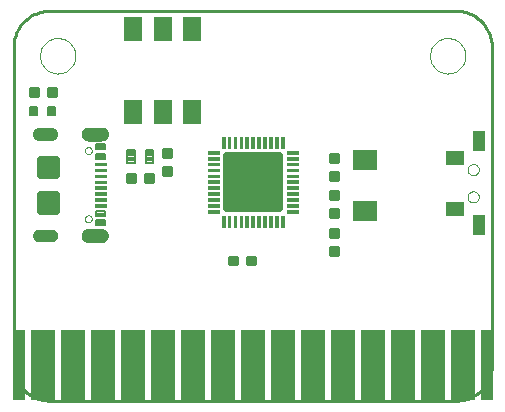
<source format=gtp>
G75*
G70*
%OFA0B0*%
%FSLAX24Y24*%
%IPPOS*%
%LPD*%
%AMOC8*
5,1,8,0,0,1.08239X$1,22.5*
%
%ADD10C,0.0088*%
%ADD11R,0.0800X0.0700*%
%ADD12C,0.0200*%
%ADD13C,0.0030*%
%ADD14C,0.0100*%
%ADD15R,0.0787X0.2362*%
%ADD16R,0.0394X0.2362*%
%ADD17C,0.0000*%
%ADD18R,0.0600X0.0450*%
%ADD19R,0.0400X0.0700*%
%ADD20C,0.0075*%
%ADD21C,0.0071*%
%ADD22C,0.0035*%
%ADD23C,0.0001*%
%ADD24C,0.0236*%
%ADD25C,0.0081*%
%ADD26R,0.0591X0.0787*%
D10*
X008349Y007716D02*
X008611Y007716D01*
X008611Y007454D01*
X008349Y007454D01*
X008349Y007716D01*
X008349Y007541D02*
X008611Y007541D01*
X008611Y007628D02*
X008349Y007628D01*
X008349Y007715D02*
X008611Y007715D01*
X008949Y007716D02*
X009211Y007716D01*
X009211Y007454D01*
X008949Y007454D01*
X008949Y007716D01*
X008949Y007541D02*
X009211Y007541D01*
X009211Y007628D02*
X008949Y007628D01*
X008949Y007715D02*
X009211Y007715D01*
X009811Y007679D02*
X009811Y007941D01*
X009811Y007679D02*
X009549Y007679D01*
X009549Y007941D01*
X009811Y007941D01*
X009811Y007766D02*
X009549Y007766D01*
X009549Y007853D02*
X009811Y007853D01*
X009811Y007940D02*
X009549Y007940D01*
X009811Y008279D02*
X009811Y008541D01*
X009811Y008279D02*
X009549Y008279D01*
X009549Y008541D01*
X009811Y008541D01*
X009811Y008366D02*
X009549Y008366D01*
X009549Y008453D02*
X009811Y008453D01*
X009811Y008540D02*
X009549Y008540D01*
X005961Y010329D02*
X005699Y010329D01*
X005699Y010591D01*
X005961Y010591D01*
X005961Y010329D01*
X005961Y010416D02*
X005699Y010416D01*
X005699Y010503D02*
X005961Y010503D01*
X005961Y010590D02*
X005699Y010590D01*
X005361Y010329D02*
X005099Y010329D01*
X005099Y010591D01*
X005361Y010591D01*
X005361Y010329D01*
X005361Y010416D02*
X005099Y010416D01*
X005099Y010503D02*
X005361Y010503D01*
X005361Y010590D02*
X005099Y010590D01*
X011749Y004704D02*
X012011Y004704D01*
X011749Y004704D02*
X011749Y004966D01*
X012011Y004966D01*
X012011Y004704D01*
X012011Y004791D02*
X011749Y004791D01*
X011749Y004878D02*
X012011Y004878D01*
X012011Y004965D02*
X011749Y004965D01*
X012349Y004704D02*
X012611Y004704D01*
X012349Y004704D02*
X012349Y004966D01*
X012611Y004966D01*
X012611Y004704D01*
X012611Y004791D02*
X012349Y004791D01*
X012349Y004878D02*
X012611Y004878D01*
X012611Y004965D02*
X012349Y004965D01*
X015099Y005029D02*
X015099Y005291D01*
X015361Y005291D01*
X015361Y005029D01*
X015099Y005029D01*
X015099Y005116D02*
X015361Y005116D01*
X015361Y005203D02*
X015099Y005203D01*
X015099Y005290D02*
X015361Y005290D01*
X015099Y005629D02*
X015099Y005891D01*
X015361Y005891D01*
X015361Y005629D01*
X015099Y005629D01*
X015099Y005716D02*
X015361Y005716D01*
X015361Y005803D02*
X015099Y005803D01*
X015099Y005890D02*
X015361Y005890D01*
X015361Y006279D02*
X015361Y006541D01*
X015361Y006279D02*
X015099Y006279D01*
X015099Y006541D01*
X015361Y006541D01*
X015361Y006366D02*
X015099Y006366D01*
X015099Y006453D02*
X015361Y006453D01*
X015361Y006540D02*
X015099Y006540D01*
X015361Y006879D02*
X015361Y007141D01*
X015361Y006879D02*
X015099Y006879D01*
X015099Y007141D01*
X015361Y007141D01*
X015361Y006966D02*
X015099Y006966D01*
X015099Y007053D02*
X015361Y007053D01*
X015361Y007140D02*
X015099Y007140D01*
X015099Y007529D02*
X015099Y007791D01*
X015361Y007791D01*
X015361Y007529D01*
X015099Y007529D01*
X015099Y007616D02*
X015361Y007616D01*
X015361Y007703D02*
X015099Y007703D01*
X015099Y007790D02*
X015361Y007790D01*
X015099Y008129D02*
X015099Y008391D01*
X015361Y008391D01*
X015361Y008129D01*
X015099Y008129D01*
X015099Y008216D02*
X015361Y008216D01*
X015361Y008303D02*
X015099Y008303D01*
X015099Y008390D02*
X015361Y008390D01*
D11*
X016280Y008185D03*
X016280Y006485D03*
D12*
X013430Y006560D02*
X013430Y008360D01*
X013430Y006560D02*
X011630Y006560D01*
X011630Y008360D01*
X013430Y008360D01*
X013430Y006759D02*
X011630Y006759D01*
X011630Y006958D02*
X013430Y006958D01*
X013430Y007157D02*
X011630Y007157D01*
X011630Y007356D02*
X013430Y007356D01*
X013430Y007555D02*
X011630Y007555D01*
X011630Y007754D02*
X013430Y007754D01*
X013430Y007953D02*
X011630Y007953D01*
X011630Y008152D02*
X013430Y008152D01*
X013430Y008351D02*
X011630Y008351D01*
D13*
X011393Y008488D02*
X011029Y008488D01*
X011393Y008488D02*
X011393Y008400D01*
X011029Y008400D01*
X011029Y008488D01*
X011029Y008429D02*
X011393Y008429D01*
X011393Y008458D02*
X011029Y008458D01*
X011029Y008487D02*
X011393Y008487D01*
X011393Y008291D02*
X011029Y008291D01*
X011393Y008291D02*
X011393Y008203D01*
X011029Y008203D01*
X011029Y008291D01*
X011029Y008232D02*
X011393Y008232D01*
X011393Y008261D02*
X011029Y008261D01*
X011029Y008290D02*
X011393Y008290D01*
X011393Y008095D02*
X011029Y008095D01*
X011393Y008095D02*
X011393Y008007D01*
X011029Y008007D01*
X011029Y008095D01*
X011029Y008036D02*
X011393Y008036D01*
X011393Y008065D02*
X011029Y008065D01*
X011029Y008094D02*
X011393Y008094D01*
X011393Y007898D02*
X011029Y007898D01*
X011393Y007898D02*
X011393Y007810D01*
X011029Y007810D01*
X011029Y007898D01*
X011029Y007839D02*
X011393Y007839D01*
X011393Y007868D02*
X011029Y007868D01*
X011029Y007897D02*
X011393Y007897D01*
X011393Y007701D02*
X011029Y007701D01*
X011393Y007701D02*
X011393Y007613D01*
X011029Y007613D01*
X011029Y007701D01*
X011029Y007642D02*
X011393Y007642D01*
X011393Y007671D02*
X011029Y007671D01*
X011029Y007700D02*
X011393Y007700D01*
X011393Y007504D02*
X011029Y007504D01*
X011393Y007504D02*
X011393Y007416D01*
X011029Y007416D01*
X011029Y007504D01*
X011029Y007445D02*
X011393Y007445D01*
X011393Y007474D02*
X011029Y007474D01*
X011029Y007503D02*
X011393Y007503D01*
X011393Y007307D02*
X011029Y007307D01*
X011393Y007307D02*
X011393Y007219D01*
X011029Y007219D01*
X011029Y007307D01*
X011029Y007248D02*
X011393Y007248D01*
X011393Y007277D02*
X011029Y007277D01*
X011029Y007306D02*
X011393Y007306D01*
X011393Y007110D02*
X011029Y007110D01*
X011393Y007110D02*
X011393Y007022D01*
X011029Y007022D01*
X011029Y007110D01*
X011029Y007051D02*
X011393Y007051D01*
X011393Y007080D02*
X011029Y007080D01*
X011029Y007109D02*
X011393Y007109D01*
X011393Y006913D02*
X011029Y006913D01*
X011393Y006913D02*
X011393Y006825D01*
X011029Y006825D01*
X011029Y006913D01*
X011029Y006854D02*
X011393Y006854D01*
X011393Y006883D02*
X011029Y006883D01*
X011029Y006912D02*
X011393Y006912D01*
X011393Y006717D02*
X011029Y006717D01*
X011393Y006717D02*
X011393Y006629D01*
X011029Y006629D01*
X011029Y006717D01*
X011029Y006658D02*
X011393Y006658D01*
X011393Y006687D02*
X011029Y006687D01*
X011029Y006716D02*
X011393Y006716D01*
X011393Y006520D02*
X011029Y006520D01*
X011393Y006520D02*
X011393Y006432D01*
X011029Y006432D01*
X011029Y006520D01*
X011029Y006461D02*
X011393Y006461D01*
X011393Y006490D02*
X011029Y006490D01*
X011029Y006519D02*
X011393Y006519D01*
X011502Y006323D02*
X011502Y005959D01*
X011502Y006323D02*
X011590Y006323D01*
X011590Y005959D01*
X011502Y005959D01*
X011502Y005988D02*
X011590Y005988D01*
X011590Y006017D02*
X011502Y006017D01*
X011502Y006046D02*
X011590Y006046D01*
X011590Y006075D02*
X011502Y006075D01*
X011502Y006104D02*
X011590Y006104D01*
X011590Y006133D02*
X011502Y006133D01*
X011502Y006162D02*
X011590Y006162D01*
X011590Y006191D02*
X011502Y006191D01*
X011502Y006220D02*
X011590Y006220D01*
X011590Y006249D02*
X011502Y006249D01*
X011502Y006278D02*
X011590Y006278D01*
X011590Y006307D02*
X011502Y006307D01*
X011699Y006323D02*
X011699Y005959D01*
X011699Y006323D02*
X011787Y006323D01*
X011787Y005959D01*
X011699Y005959D01*
X011699Y005988D02*
X011787Y005988D01*
X011787Y006017D02*
X011699Y006017D01*
X011699Y006046D02*
X011787Y006046D01*
X011787Y006075D02*
X011699Y006075D01*
X011699Y006104D02*
X011787Y006104D01*
X011787Y006133D02*
X011699Y006133D01*
X011699Y006162D02*
X011787Y006162D01*
X011787Y006191D02*
X011699Y006191D01*
X011699Y006220D02*
X011787Y006220D01*
X011787Y006249D02*
X011699Y006249D01*
X011699Y006278D02*
X011787Y006278D01*
X011787Y006307D02*
X011699Y006307D01*
X011895Y006323D02*
X011895Y005959D01*
X011895Y006323D02*
X011983Y006323D01*
X011983Y005959D01*
X011895Y005959D01*
X011895Y005988D02*
X011983Y005988D01*
X011983Y006017D02*
X011895Y006017D01*
X011895Y006046D02*
X011983Y006046D01*
X011983Y006075D02*
X011895Y006075D01*
X011895Y006104D02*
X011983Y006104D01*
X011983Y006133D02*
X011895Y006133D01*
X011895Y006162D02*
X011983Y006162D01*
X011983Y006191D02*
X011895Y006191D01*
X011895Y006220D02*
X011983Y006220D01*
X011983Y006249D02*
X011895Y006249D01*
X011895Y006278D02*
X011983Y006278D01*
X011983Y006307D02*
X011895Y006307D01*
X012092Y006323D02*
X012092Y005959D01*
X012092Y006323D02*
X012180Y006323D01*
X012180Y005959D01*
X012092Y005959D01*
X012092Y005988D02*
X012180Y005988D01*
X012180Y006017D02*
X012092Y006017D01*
X012092Y006046D02*
X012180Y006046D01*
X012180Y006075D02*
X012092Y006075D01*
X012092Y006104D02*
X012180Y006104D01*
X012180Y006133D02*
X012092Y006133D01*
X012092Y006162D02*
X012180Y006162D01*
X012180Y006191D02*
X012092Y006191D01*
X012092Y006220D02*
X012180Y006220D01*
X012180Y006249D02*
X012092Y006249D01*
X012092Y006278D02*
X012180Y006278D01*
X012180Y006307D02*
X012092Y006307D01*
X012289Y006323D02*
X012289Y005959D01*
X012289Y006323D02*
X012377Y006323D01*
X012377Y005959D01*
X012289Y005959D01*
X012289Y005988D02*
X012377Y005988D01*
X012377Y006017D02*
X012289Y006017D01*
X012289Y006046D02*
X012377Y006046D01*
X012377Y006075D02*
X012289Y006075D01*
X012289Y006104D02*
X012377Y006104D01*
X012377Y006133D02*
X012289Y006133D01*
X012289Y006162D02*
X012377Y006162D01*
X012377Y006191D02*
X012289Y006191D01*
X012289Y006220D02*
X012377Y006220D01*
X012377Y006249D02*
X012289Y006249D01*
X012289Y006278D02*
X012377Y006278D01*
X012377Y006307D02*
X012289Y006307D01*
X012486Y006323D02*
X012486Y005959D01*
X012486Y006323D02*
X012574Y006323D01*
X012574Y005959D01*
X012486Y005959D01*
X012486Y005988D02*
X012574Y005988D01*
X012574Y006017D02*
X012486Y006017D01*
X012486Y006046D02*
X012574Y006046D01*
X012574Y006075D02*
X012486Y006075D01*
X012486Y006104D02*
X012574Y006104D01*
X012574Y006133D02*
X012486Y006133D01*
X012486Y006162D02*
X012574Y006162D01*
X012574Y006191D02*
X012486Y006191D01*
X012486Y006220D02*
X012574Y006220D01*
X012574Y006249D02*
X012486Y006249D01*
X012486Y006278D02*
X012574Y006278D01*
X012574Y006307D02*
X012486Y006307D01*
X012683Y006323D02*
X012683Y005959D01*
X012683Y006323D02*
X012771Y006323D01*
X012771Y005959D01*
X012683Y005959D01*
X012683Y005988D02*
X012771Y005988D01*
X012771Y006017D02*
X012683Y006017D01*
X012683Y006046D02*
X012771Y006046D01*
X012771Y006075D02*
X012683Y006075D01*
X012683Y006104D02*
X012771Y006104D01*
X012771Y006133D02*
X012683Y006133D01*
X012683Y006162D02*
X012771Y006162D01*
X012771Y006191D02*
X012683Y006191D01*
X012683Y006220D02*
X012771Y006220D01*
X012771Y006249D02*
X012683Y006249D01*
X012683Y006278D02*
X012771Y006278D01*
X012771Y006307D02*
X012683Y006307D01*
X012880Y006323D02*
X012880Y005959D01*
X012880Y006323D02*
X012968Y006323D01*
X012968Y005959D01*
X012880Y005959D01*
X012880Y005988D02*
X012968Y005988D01*
X012968Y006017D02*
X012880Y006017D01*
X012880Y006046D02*
X012968Y006046D01*
X012968Y006075D02*
X012880Y006075D01*
X012880Y006104D02*
X012968Y006104D01*
X012968Y006133D02*
X012880Y006133D01*
X012880Y006162D02*
X012968Y006162D01*
X012968Y006191D02*
X012880Y006191D01*
X012880Y006220D02*
X012968Y006220D01*
X012968Y006249D02*
X012880Y006249D01*
X012880Y006278D02*
X012968Y006278D01*
X012968Y006307D02*
X012880Y006307D01*
X013077Y006323D02*
X013077Y005959D01*
X013077Y006323D02*
X013165Y006323D01*
X013165Y005959D01*
X013077Y005959D01*
X013077Y005988D02*
X013165Y005988D01*
X013165Y006017D02*
X013077Y006017D01*
X013077Y006046D02*
X013165Y006046D01*
X013165Y006075D02*
X013077Y006075D01*
X013077Y006104D02*
X013165Y006104D01*
X013165Y006133D02*
X013077Y006133D01*
X013077Y006162D02*
X013165Y006162D01*
X013165Y006191D02*
X013077Y006191D01*
X013077Y006220D02*
X013165Y006220D01*
X013165Y006249D02*
X013077Y006249D01*
X013077Y006278D02*
X013165Y006278D01*
X013165Y006307D02*
X013077Y006307D01*
X013273Y006323D02*
X013273Y005959D01*
X013273Y006323D02*
X013361Y006323D01*
X013361Y005959D01*
X013273Y005959D01*
X013273Y005988D02*
X013361Y005988D01*
X013361Y006017D02*
X013273Y006017D01*
X013273Y006046D02*
X013361Y006046D01*
X013361Y006075D02*
X013273Y006075D01*
X013273Y006104D02*
X013361Y006104D01*
X013361Y006133D02*
X013273Y006133D01*
X013273Y006162D02*
X013361Y006162D01*
X013361Y006191D02*
X013273Y006191D01*
X013273Y006220D02*
X013361Y006220D01*
X013361Y006249D02*
X013273Y006249D01*
X013273Y006278D02*
X013361Y006278D01*
X013361Y006307D02*
X013273Y006307D01*
X013470Y006323D02*
X013470Y005959D01*
X013470Y006323D02*
X013558Y006323D01*
X013558Y005959D01*
X013470Y005959D01*
X013470Y005988D02*
X013558Y005988D01*
X013558Y006017D02*
X013470Y006017D01*
X013470Y006046D02*
X013558Y006046D01*
X013558Y006075D02*
X013470Y006075D01*
X013470Y006104D02*
X013558Y006104D01*
X013558Y006133D02*
X013470Y006133D01*
X013470Y006162D02*
X013558Y006162D01*
X013558Y006191D02*
X013470Y006191D01*
X013470Y006220D02*
X013558Y006220D01*
X013558Y006249D02*
X013470Y006249D01*
X013470Y006278D02*
X013558Y006278D01*
X013558Y006307D02*
X013470Y006307D01*
X013667Y006432D02*
X014031Y006432D01*
X013667Y006432D02*
X013667Y006520D01*
X014031Y006520D01*
X014031Y006432D01*
X014031Y006461D02*
X013667Y006461D01*
X013667Y006490D02*
X014031Y006490D01*
X014031Y006519D02*
X013667Y006519D01*
X013667Y006629D02*
X014031Y006629D01*
X013667Y006629D02*
X013667Y006717D01*
X014031Y006717D01*
X014031Y006629D01*
X014031Y006658D02*
X013667Y006658D01*
X013667Y006687D02*
X014031Y006687D01*
X014031Y006716D02*
X013667Y006716D01*
X013667Y006825D02*
X014031Y006825D01*
X013667Y006825D02*
X013667Y006913D01*
X014031Y006913D01*
X014031Y006825D01*
X014031Y006854D02*
X013667Y006854D01*
X013667Y006883D02*
X014031Y006883D01*
X014031Y006912D02*
X013667Y006912D01*
X013667Y007022D02*
X014031Y007022D01*
X013667Y007022D02*
X013667Y007110D01*
X014031Y007110D01*
X014031Y007022D01*
X014031Y007051D02*
X013667Y007051D01*
X013667Y007080D02*
X014031Y007080D01*
X014031Y007109D02*
X013667Y007109D01*
X013667Y007219D02*
X014031Y007219D01*
X013667Y007219D02*
X013667Y007307D01*
X014031Y007307D01*
X014031Y007219D01*
X014031Y007248D02*
X013667Y007248D01*
X013667Y007277D02*
X014031Y007277D01*
X014031Y007306D02*
X013667Y007306D01*
X013667Y007416D02*
X014031Y007416D01*
X013667Y007416D02*
X013667Y007504D01*
X014031Y007504D01*
X014031Y007416D01*
X014031Y007445D02*
X013667Y007445D01*
X013667Y007474D02*
X014031Y007474D01*
X014031Y007503D02*
X013667Y007503D01*
X013667Y007613D02*
X014031Y007613D01*
X013667Y007613D02*
X013667Y007701D01*
X014031Y007701D01*
X014031Y007613D01*
X014031Y007642D02*
X013667Y007642D01*
X013667Y007671D02*
X014031Y007671D01*
X014031Y007700D02*
X013667Y007700D01*
X013667Y007810D02*
X014031Y007810D01*
X013667Y007810D02*
X013667Y007898D01*
X014031Y007898D01*
X014031Y007810D01*
X014031Y007839D02*
X013667Y007839D01*
X013667Y007868D02*
X014031Y007868D01*
X014031Y007897D02*
X013667Y007897D01*
X013667Y008007D02*
X014031Y008007D01*
X013667Y008007D02*
X013667Y008095D01*
X014031Y008095D01*
X014031Y008007D01*
X014031Y008036D02*
X013667Y008036D01*
X013667Y008065D02*
X014031Y008065D01*
X014031Y008094D02*
X013667Y008094D01*
X013667Y008203D02*
X014031Y008203D01*
X013667Y008203D02*
X013667Y008291D01*
X014031Y008291D01*
X014031Y008203D01*
X014031Y008232D02*
X013667Y008232D01*
X013667Y008261D02*
X014031Y008261D01*
X014031Y008290D02*
X013667Y008290D01*
X013667Y008400D02*
X014031Y008400D01*
X013667Y008400D02*
X013667Y008488D01*
X014031Y008488D01*
X014031Y008400D01*
X014031Y008429D02*
X013667Y008429D01*
X013667Y008458D02*
X014031Y008458D01*
X014031Y008487D02*
X013667Y008487D01*
X013558Y008597D02*
X013558Y008961D01*
X013558Y008597D02*
X013470Y008597D01*
X013470Y008961D01*
X013558Y008961D01*
X013558Y008626D02*
X013470Y008626D01*
X013470Y008655D02*
X013558Y008655D01*
X013558Y008684D02*
X013470Y008684D01*
X013470Y008713D02*
X013558Y008713D01*
X013558Y008742D02*
X013470Y008742D01*
X013470Y008771D02*
X013558Y008771D01*
X013558Y008800D02*
X013470Y008800D01*
X013470Y008829D02*
X013558Y008829D01*
X013558Y008858D02*
X013470Y008858D01*
X013470Y008887D02*
X013558Y008887D01*
X013558Y008916D02*
X013470Y008916D01*
X013470Y008945D02*
X013558Y008945D01*
X013361Y008961D02*
X013361Y008597D01*
X013273Y008597D01*
X013273Y008961D01*
X013361Y008961D01*
X013361Y008626D02*
X013273Y008626D01*
X013273Y008655D02*
X013361Y008655D01*
X013361Y008684D02*
X013273Y008684D01*
X013273Y008713D02*
X013361Y008713D01*
X013361Y008742D02*
X013273Y008742D01*
X013273Y008771D02*
X013361Y008771D01*
X013361Y008800D02*
X013273Y008800D01*
X013273Y008829D02*
X013361Y008829D01*
X013361Y008858D02*
X013273Y008858D01*
X013273Y008887D02*
X013361Y008887D01*
X013361Y008916D02*
X013273Y008916D01*
X013273Y008945D02*
X013361Y008945D01*
X013165Y008961D02*
X013165Y008597D01*
X013077Y008597D01*
X013077Y008961D01*
X013165Y008961D01*
X013165Y008626D02*
X013077Y008626D01*
X013077Y008655D02*
X013165Y008655D01*
X013165Y008684D02*
X013077Y008684D01*
X013077Y008713D02*
X013165Y008713D01*
X013165Y008742D02*
X013077Y008742D01*
X013077Y008771D02*
X013165Y008771D01*
X013165Y008800D02*
X013077Y008800D01*
X013077Y008829D02*
X013165Y008829D01*
X013165Y008858D02*
X013077Y008858D01*
X013077Y008887D02*
X013165Y008887D01*
X013165Y008916D02*
X013077Y008916D01*
X013077Y008945D02*
X013165Y008945D01*
X012968Y008961D02*
X012968Y008597D01*
X012880Y008597D01*
X012880Y008961D01*
X012968Y008961D01*
X012968Y008626D02*
X012880Y008626D01*
X012880Y008655D02*
X012968Y008655D01*
X012968Y008684D02*
X012880Y008684D01*
X012880Y008713D02*
X012968Y008713D01*
X012968Y008742D02*
X012880Y008742D01*
X012880Y008771D02*
X012968Y008771D01*
X012968Y008800D02*
X012880Y008800D01*
X012880Y008829D02*
X012968Y008829D01*
X012968Y008858D02*
X012880Y008858D01*
X012880Y008887D02*
X012968Y008887D01*
X012968Y008916D02*
X012880Y008916D01*
X012880Y008945D02*
X012968Y008945D01*
X012771Y008961D02*
X012771Y008597D01*
X012683Y008597D01*
X012683Y008961D01*
X012771Y008961D01*
X012771Y008626D02*
X012683Y008626D01*
X012683Y008655D02*
X012771Y008655D01*
X012771Y008684D02*
X012683Y008684D01*
X012683Y008713D02*
X012771Y008713D01*
X012771Y008742D02*
X012683Y008742D01*
X012683Y008771D02*
X012771Y008771D01*
X012771Y008800D02*
X012683Y008800D01*
X012683Y008829D02*
X012771Y008829D01*
X012771Y008858D02*
X012683Y008858D01*
X012683Y008887D02*
X012771Y008887D01*
X012771Y008916D02*
X012683Y008916D01*
X012683Y008945D02*
X012771Y008945D01*
X012574Y008961D02*
X012574Y008597D01*
X012486Y008597D01*
X012486Y008961D01*
X012574Y008961D01*
X012574Y008626D02*
X012486Y008626D01*
X012486Y008655D02*
X012574Y008655D01*
X012574Y008684D02*
X012486Y008684D01*
X012486Y008713D02*
X012574Y008713D01*
X012574Y008742D02*
X012486Y008742D01*
X012486Y008771D02*
X012574Y008771D01*
X012574Y008800D02*
X012486Y008800D01*
X012486Y008829D02*
X012574Y008829D01*
X012574Y008858D02*
X012486Y008858D01*
X012486Y008887D02*
X012574Y008887D01*
X012574Y008916D02*
X012486Y008916D01*
X012486Y008945D02*
X012574Y008945D01*
X012377Y008961D02*
X012377Y008597D01*
X012289Y008597D01*
X012289Y008961D01*
X012377Y008961D01*
X012377Y008626D02*
X012289Y008626D01*
X012289Y008655D02*
X012377Y008655D01*
X012377Y008684D02*
X012289Y008684D01*
X012289Y008713D02*
X012377Y008713D01*
X012377Y008742D02*
X012289Y008742D01*
X012289Y008771D02*
X012377Y008771D01*
X012377Y008800D02*
X012289Y008800D01*
X012289Y008829D02*
X012377Y008829D01*
X012377Y008858D02*
X012289Y008858D01*
X012289Y008887D02*
X012377Y008887D01*
X012377Y008916D02*
X012289Y008916D01*
X012289Y008945D02*
X012377Y008945D01*
X012180Y008961D02*
X012180Y008597D01*
X012092Y008597D01*
X012092Y008961D01*
X012180Y008961D01*
X012180Y008626D02*
X012092Y008626D01*
X012092Y008655D02*
X012180Y008655D01*
X012180Y008684D02*
X012092Y008684D01*
X012092Y008713D02*
X012180Y008713D01*
X012180Y008742D02*
X012092Y008742D01*
X012092Y008771D02*
X012180Y008771D01*
X012180Y008800D02*
X012092Y008800D01*
X012092Y008829D02*
X012180Y008829D01*
X012180Y008858D02*
X012092Y008858D01*
X012092Y008887D02*
X012180Y008887D01*
X012180Y008916D02*
X012092Y008916D01*
X012092Y008945D02*
X012180Y008945D01*
X011983Y008961D02*
X011983Y008597D01*
X011895Y008597D01*
X011895Y008961D01*
X011983Y008961D01*
X011983Y008626D02*
X011895Y008626D01*
X011895Y008655D02*
X011983Y008655D01*
X011983Y008684D02*
X011895Y008684D01*
X011895Y008713D02*
X011983Y008713D01*
X011983Y008742D02*
X011895Y008742D01*
X011895Y008771D02*
X011983Y008771D01*
X011983Y008800D02*
X011895Y008800D01*
X011895Y008829D02*
X011983Y008829D01*
X011983Y008858D02*
X011895Y008858D01*
X011895Y008887D02*
X011983Y008887D01*
X011983Y008916D02*
X011895Y008916D01*
X011895Y008945D02*
X011983Y008945D01*
X011787Y008961D02*
X011787Y008597D01*
X011699Y008597D01*
X011699Y008961D01*
X011787Y008961D01*
X011787Y008626D02*
X011699Y008626D01*
X011699Y008655D02*
X011787Y008655D01*
X011787Y008684D02*
X011699Y008684D01*
X011699Y008713D02*
X011787Y008713D01*
X011787Y008742D02*
X011699Y008742D01*
X011699Y008771D02*
X011787Y008771D01*
X011787Y008800D02*
X011699Y008800D01*
X011699Y008829D02*
X011787Y008829D01*
X011787Y008858D02*
X011699Y008858D01*
X011699Y008887D02*
X011787Y008887D01*
X011787Y008916D02*
X011699Y008916D01*
X011699Y008945D02*
X011787Y008945D01*
X011590Y008961D02*
X011590Y008597D01*
X011502Y008597D01*
X011502Y008961D01*
X011590Y008961D01*
X011590Y008626D02*
X011502Y008626D01*
X011502Y008655D02*
X011590Y008655D01*
X011590Y008684D02*
X011502Y008684D01*
X011502Y008713D02*
X011590Y008713D01*
X011590Y008742D02*
X011502Y008742D01*
X011502Y008771D02*
X011590Y008771D01*
X011590Y008800D02*
X011502Y008800D01*
X011502Y008829D02*
X011590Y008829D01*
X011590Y008858D02*
X011502Y008858D01*
X011502Y008887D02*
X011590Y008887D01*
X011590Y008916D02*
X011502Y008916D01*
X011502Y008945D02*
X011590Y008945D01*
D14*
X004558Y011956D02*
X004558Y001364D01*
X004560Y001297D01*
X004566Y001230D01*
X004575Y001163D01*
X004588Y001097D01*
X004605Y001032D01*
X004625Y000968D01*
X004649Y000905D01*
X004677Y000843D01*
X004708Y000784D01*
X004742Y000726D01*
X004779Y000670D01*
X004820Y000616D01*
X004863Y000564D01*
X004909Y000515D01*
X004958Y000469D01*
X005010Y000426D01*
X005064Y000385D01*
X005120Y000348D01*
X005178Y000314D01*
X005237Y000283D01*
X005299Y000255D01*
X005362Y000231D01*
X005426Y000211D01*
X005491Y000194D01*
X005557Y000181D01*
X005624Y000172D01*
X005691Y000166D01*
X005758Y000164D01*
X019302Y000164D01*
X019369Y000166D01*
X019436Y000172D01*
X019503Y000181D01*
X019569Y000194D01*
X019634Y000211D01*
X019698Y000231D01*
X019761Y000255D01*
X019823Y000283D01*
X019882Y000314D01*
X019940Y000348D01*
X019996Y000385D01*
X020050Y000426D01*
X020102Y000469D01*
X020151Y000515D01*
X020197Y000564D01*
X020240Y000616D01*
X020281Y000670D01*
X020318Y000726D01*
X020352Y000784D01*
X020383Y000843D01*
X020411Y000905D01*
X020435Y000968D01*
X020455Y001032D01*
X020472Y001097D01*
X020485Y001163D01*
X020494Y001230D01*
X020500Y001297D01*
X020502Y001364D01*
X020502Y011956D01*
X020500Y012023D01*
X020494Y012090D01*
X020485Y012157D01*
X020472Y012223D01*
X020455Y012288D01*
X020435Y012352D01*
X020411Y012415D01*
X020383Y012477D01*
X020352Y012536D01*
X020318Y012594D01*
X020281Y012650D01*
X020240Y012704D01*
X020197Y012756D01*
X020151Y012805D01*
X020102Y012851D01*
X020050Y012894D01*
X019996Y012935D01*
X019940Y012972D01*
X019882Y013006D01*
X019823Y013037D01*
X019761Y013065D01*
X019698Y013089D01*
X019634Y013109D01*
X019569Y013126D01*
X019503Y013139D01*
X019436Y013148D01*
X019369Y013154D01*
X019302Y013156D01*
X005758Y013156D01*
X005691Y013154D01*
X005624Y013148D01*
X005557Y013139D01*
X005491Y013126D01*
X005426Y013109D01*
X005362Y013089D01*
X005299Y013065D01*
X005237Y013037D01*
X005178Y013006D01*
X005120Y012972D01*
X005064Y012935D01*
X005010Y012894D01*
X004958Y012851D01*
X004909Y012805D01*
X004863Y012756D01*
X004820Y012704D01*
X004779Y012650D01*
X004742Y012594D01*
X004708Y012536D01*
X004677Y012477D01*
X004649Y012415D01*
X004625Y012352D01*
X004605Y012288D01*
X004588Y012223D01*
X004575Y012157D01*
X004566Y012090D01*
X004560Y012023D01*
X004558Y011956D01*
D15*
X005530Y001348D03*
X006530Y001348D03*
X007530Y001348D03*
X008530Y001348D03*
X009530Y001348D03*
X010530Y001348D03*
X011530Y001348D03*
X012530Y001348D03*
X013530Y001348D03*
X014530Y001348D03*
X015530Y001348D03*
X016530Y001348D03*
X017530Y001348D03*
X018530Y001348D03*
X019530Y001348D03*
D16*
X020325Y001348D03*
X004735Y001348D03*
D17*
X005369Y005475D02*
X005328Y005490D01*
X005290Y005513D01*
X005259Y005544D01*
X005236Y005582D01*
X005221Y005623D01*
X005216Y005667D01*
X005221Y005711D01*
X005236Y005752D01*
X005259Y005790D01*
X005290Y005821D01*
X005328Y005844D01*
X005369Y005859D01*
X005413Y005864D01*
X005807Y005864D01*
X005851Y005859D01*
X005892Y005844D01*
X005930Y005821D01*
X005961Y005790D01*
X005984Y005752D01*
X005999Y005711D01*
X006004Y005667D01*
X005999Y005623D01*
X005984Y005582D01*
X005961Y005544D01*
X005930Y005513D01*
X005892Y005490D01*
X005851Y005475D01*
X005807Y005470D01*
X005413Y005470D01*
X005369Y005475D01*
X006835Y005625D02*
X006830Y005667D01*
X006836Y005715D01*
X006852Y005761D01*
X006878Y005802D01*
X006912Y005836D01*
X006953Y005862D01*
X006999Y005878D01*
X007047Y005884D01*
X007480Y005884D01*
X007528Y005878D01*
X007574Y005862D01*
X007615Y005836D01*
X007649Y005802D01*
X007675Y005761D01*
X007691Y005715D01*
X007697Y005667D01*
X007692Y005625D01*
X007680Y005584D01*
X007660Y005547D01*
X007633Y005514D01*
X007600Y005487D01*
X007563Y005467D01*
X007522Y005455D01*
X007480Y005451D01*
X007047Y005451D01*
X007005Y005455D01*
X006964Y005467D01*
X006927Y005487D01*
X006894Y005514D01*
X006867Y005547D01*
X006847Y005584D01*
X006835Y005625D01*
X006929Y006222D02*
X006931Y006243D01*
X006937Y006263D01*
X006946Y006283D01*
X006958Y006300D01*
X006973Y006314D01*
X006991Y006326D01*
X007011Y006334D01*
X007031Y006339D01*
X007052Y006340D01*
X007073Y006337D01*
X007093Y006331D01*
X007112Y006320D01*
X007129Y006307D01*
X007142Y006291D01*
X007153Y006273D01*
X007161Y006253D01*
X007165Y006233D01*
X007165Y006211D01*
X007161Y006191D01*
X007153Y006171D01*
X007142Y006153D01*
X007129Y006137D01*
X007112Y006124D01*
X007093Y006113D01*
X007073Y006107D01*
X007052Y006104D01*
X007031Y006105D01*
X007011Y006110D01*
X006991Y006118D01*
X006973Y006130D01*
X006958Y006144D01*
X006946Y006161D01*
X006937Y006181D01*
X006931Y006201D01*
X006929Y006222D01*
X006929Y008498D02*
X006931Y008519D01*
X006937Y008539D01*
X006946Y008559D01*
X006958Y008576D01*
X006973Y008590D01*
X006991Y008602D01*
X007011Y008610D01*
X007031Y008615D01*
X007052Y008616D01*
X007073Y008613D01*
X007093Y008607D01*
X007112Y008596D01*
X007129Y008583D01*
X007142Y008567D01*
X007153Y008549D01*
X007161Y008529D01*
X007165Y008509D01*
X007165Y008487D01*
X007161Y008467D01*
X007153Y008447D01*
X007142Y008429D01*
X007129Y008413D01*
X007112Y008400D01*
X007093Y008389D01*
X007073Y008383D01*
X007052Y008380D01*
X007031Y008381D01*
X007011Y008386D01*
X006991Y008394D01*
X006973Y008406D01*
X006958Y008420D01*
X006946Y008437D01*
X006937Y008457D01*
X006931Y008477D01*
X006929Y008498D01*
X007005Y008841D02*
X006964Y008853D01*
X006927Y008873D01*
X006894Y008900D01*
X006867Y008933D01*
X006847Y008970D01*
X006835Y009011D01*
X006830Y009053D01*
X006836Y009101D01*
X006852Y009147D01*
X006878Y009188D01*
X006912Y009222D01*
X006953Y009248D01*
X006999Y009264D01*
X007047Y009269D01*
X007480Y009269D01*
X007528Y009264D01*
X007574Y009248D01*
X007615Y009222D01*
X007649Y009188D01*
X007675Y009147D01*
X007691Y009101D01*
X007697Y009053D01*
X007692Y009011D01*
X007680Y008970D01*
X007660Y008933D01*
X007633Y008900D01*
X007600Y008873D01*
X007563Y008853D01*
X007522Y008841D01*
X007480Y008836D01*
X007047Y008836D01*
X007005Y008841D01*
X005999Y009009D02*
X005984Y008968D01*
X005961Y008930D01*
X005930Y008899D01*
X005892Y008876D01*
X005851Y008861D01*
X005807Y008856D01*
X005413Y008856D01*
X005369Y008861D01*
X005328Y008876D01*
X005290Y008899D01*
X005259Y008930D01*
X005236Y008968D01*
X005221Y009009D01*
X005216Y009053D01*
X005221Y009097D01*
X005236Y009138D01*
X005259Y009176D01*
X005290Y009207D01*
X005328Y009230D01*
X005369Y009245D01*
X005413Y009250D01*
X005807Y009250D01*
X005851Y009245D01*
X005892Y009230D01*
X005930Y009207D01*
X005961Y009176D01*
X005984Y009138D01*
X005999Y009097D01*
X006004Y009053D01*
X005999Y009009D01*
X005439Y011660D02*
X005441Y011708D01*
X005447Y011756D01*
X005457Y011803D01*
X005470Y011849D01*
X005488Y011894D01*
X005508Y011938D01*
X005533Y011980D01*
X005561Y012019D01*
X005591Y012056D01*
X005625Y012090D01*
X005662Y012122D01*
X005700Y012151D01*
X005741Y012176D01*
X005784Y012198D01*
X005829Y012216D01*
X005875Y012230D01*
X005922Y012241D01*
X005970Y012248D01*
X006018Y012251D01*
X006066Y012250D01*
X006114Y012245D01*
X006162Y012236D01*
X006208Y012224D01*
X006253Y012207D01*
X006297Y012187D01*
X006339Y012164D01*
X006379Y012137D01*
X006417Y012107D01*
X006452Y012074D01*
X006484Y012038D01*
X006514Y012000D01*
X006540Y011959D01*
X006562Y011916D01*
X006582Y011872D01*
X006597Y011827D01*
X006609Y011780D01*
X006617Y011732D01*
X006621Y011684D01*
X006621Y011636D01*
X006617Y011588D01*
X006609Y011540D01*
X006597Y011493D01*
X006582Y011448D01*
X006562Y011404D01*
X006540Y011361D01*
X006514Y011320D01*
X006484Y011282D01*
X006452Y011246D01*
X006417Y011213D01*
X006379Y011183D01*
X006339Y011156D01*
X006297Y011133D01*
X006253Y011113D01*
X006208Y011096D01*
X006162Y011084D01*
X006114Y011075D01*
X006066Y011070D01*
X006018Y011069D01*
X005970Y011072D01*
X005922Y011079D01*
X005875Y011090D01*
X005829Y011104D01*
X005784Y011122D01*
X005741Y011144D01*
X005700Y011169D01*
X005662Y011198D01*
X005625Y011230D01*
X005591Y011264D01*
X005561Y011301D01*
X005533Y011340D01*
X005508Y011382D01*
X005488Y011426D01*
X005470Y011471D01*
X005457Y011517D01*
X005447Y011564D01*
X005441Y011612D01*
X005439Y011660D01*
X018439Y011660D02*
X018441Y011708D01*
X018447Y011756D01*
X018457Y011803D01*
X018470Y011849D01*
X018488Y011894D01*
X018508Y011938D01*
X018533Y011980D01*
X018561Y012019D01*
X018591Y012056D01*
X018625Y012090D01*
X018662Y012122D01*
X018700Y012151D01*
X018741Y012176D01*
X018784Y012198D01*
X018829Y012216D01*
X018875Y012230D01*
X018922Y012241D01*
X018970Y012248D01*
X019018Y012251D01*
X019066Y012250D01*
X019114Y012245D01*
X019162Y012236D01*
X019208Y012224D01*
X019253Y012207D01*
X019297Y012187D01*
X019339Y012164D01*
X019379Y012137D01*
X019417Y012107D01*
X019452Y012074D01*
X019484Y012038D01*
X019514Y012000D01*
X019540Y011959D01*
X019562Y011916D01*
X019582Y011872D01*
X019597Y011827D01*
X019609Y011780D01*
X019617Y011732D01*
X019621Y011684D01*
X019621Y011636D01*
X019617Y011588D01*
X019609Y011540D01*
X019597Y011493D01*
X019582Y011448D01*
X019562Y011404D01*
X019540Y011361D01*
X019514Y011320D01*
X019484Y011282D01*
X019452Y011246D01*
X019417Y011213D01*
X019379Y011183D01*
X019339Y011156D01*
X019297Y011133D01*
X019253Y011113D01*
X019208Y011096D01*
X019162Y011084D01*
X019114Y011075D01*
X019066Y011070D01*
X019018Y011069D01*
X018970Y011072D01*
X018922Y011079D01*
X018875Y011090D01*
X018829Y011104D01*
X018784Y011122D01*
X018741Y011144D01*
X018700Y011169D01*
X018662Y011198D01*
X018625Y011230D01*
X018591Y011264D01*
X018561Y011301D01*
X018533Y011340D01*
X018508Y011382D01*
X018488Y011426D01*
X018470Y011471D01*
X018457Y011517D01*
X018447Y011564D01*
X018441Y011612D01*
X018439Y011660D01*
X019693Y007863D02*
X019695Y007890D01*
X019701Y007916D01*
X019710Y007941D01*
X019723Y007964D01*
X019739Y007985D01*
X019758Y008004D01*
X019779Y008020D01*
X019802Y008033D01*
X019827Y008042D01*
X019853Y008048D01*
X019880Y008050D01*
X019907Y008048D01*
X019933Y008042D01*
X019958Y008033D01*
X019981Y008020D01*
X020002Y008004D01*
X020021Y007985D01*
X020037Y007964D01*
X020050Y007941D01*
X020059Y007916D01*
X020065Y007890D01*
X020067Y007863D01*
X020065Y007836D01*
X020059Y007810D01*
X020050Y007785D01*
X020037Y007762D01*
X020021Y007741D01*
X020002Y007722D01*
X019981Y007706D01*
X019958Y007693D01*
X019933Y007684D01*
X019907Y007678D01*
X019880Y007676D01*
X019853Y007678D01*
X019827Y007684D01*
X019802Y007693D01*
X019779Y007706D01*
X019758Y007722D01*
X019739Y007741D01*
X019723Y007762D01*
X019710Y007785D01*
X019701Y007810D01*
X019695Y007836D01*
X019693Y007863D01*
X019693Y006957D02*
X019695Y006984D01*
X019701Y007010D01*
X019710Y007035D01*
X019723Y007058D01*
X019739Y007079D01*
X019758Y007098D01*
X019779Y007114D01*
X019802Y007127D01*
X019827Y007136D01*
X019853Y007142D01*
X019880Y007144D01*
X019907Y007142D01*
X019933Y007136D01*
X019958Y007127D01*
X019981Y007114D01*
X020002Y007098D01*
X020021Y007079D01*
X020037Y007058D01*
X020050Y007035D01*
X020059Y007010D01*
X020065Y006984D01*
X020067Y006957D01*
X020065Y006930D01*
X020059Y006904D01*
X020050Y006879D01*
X020037Y006856D01*
X020021Y006835D01*
X020002Y006816D01*
X019981Y006800D01*
X019958Y006787D01*
X019933Y006778D01*
X019907Y006772D01*
X019880Y006770D01*
X019853Y006772D01*
X019827Y006778D01*
X019802Y006787D01*
X019779Y006800D01*
X019758Y006816D01*
X019739Y006835D01*
X019723Y006856D01*
X019710Y006879D01*
X019701Y006904D01*
X019695Y006930D01*
X019693Y006957D01*
D18*
X019280Y006560D03*
X019280Y008260D03*
D19*
X020080Y008810D03*
X020080Y006010D03*
D20*
X005943Y009672D02*
X005717Y009672D01*
X005717Y009948D01*
X005943Y009948D01*
X005943Y009672D01*
X005943Y009746D02*
X005717Y009746D01*
X005717Y009820D02*
X005943Y009820D01*
X005943Y009894D02*
X005717Y009894D01*
X005343Y009672D02*
X005117Y009672D01*
X005117Y009948D01*
X005343Y009948D01*
X005343Y009672D01*
X005343Y009746D02*
X005117Y009746D01*
X005117Y009820D02*
X005343Y009820D01*
X005343Y009894D02*
X005117Y009894D01*
D21*
X007298Y008557D02*
X007622Y008557D01*
X007298Y008557D02*
X007298Y008723D01*
X007622Y008723D01*
X007622Y008557D01*
X007622Y008627D02*
X007298Y008627D01*
X007298Y008697D02*
X007622Y008697D01*
X007622Y008222D02*
X007298Y008222D01*
X007298Y008388D01*
X007622Y008388D01*
X007622Y008222D01*
X007622Y008292D02*
X007298Y008292D01*
X007298Y008362D02*
X007622Y008362D01*
X007622Y006332D02*
X007298Y006332D01*
X007298Y006498D01*
X007622Y006498D01*
X007622Y006332D01*
X007622Y006402D02*
X007298Y006402D01*
X007298Y006472D02*
X007622Y006472D01*
X007622Y006017D02*
X007298Y006017D01*
X007298Y006183D01*
X007622Y006183D01*
X007622Y006017D01*
X007622Y006087D02*
X007298Y006087D01*
X007298Y006157D02*
X007622Y006157D01*
D22*
X007640Y006629D02*
X007280Y006629D01*
X007280Y006713D01*
X007640Y006713D01*
X007640Y006629D01*
X007640Y006663D02*
X007280Y006663D01*
X007280Y006697D02*
X007640Y006697D01*
X007640Y006826D02*
X007280Y006826D01*
X007280Y006910D01*
X007640Y006910D01*
X007640Y006826D01*
X007640Y006860D02*
X007280Y006860D01*
X007280Y006894D02*
X007640Y006894D01*
X007640Y007023D02*
X007280Y007023D01*
X007280Y007107D01*
X007640Y007107D01*
X007640Y007023D01*
X007640Y007057D02*
X007280Y007057D01*
X007280Y007091D02*
X007640Y007091D01*
X007640Y007220D02*
X007280Y007220D01*
X007280Y007304D01*
X007640Y007304D01*
X007640Y007220D01*
X007640Y007254D02*
X007280Y007254D01*
X007280Y007288D02*
X007640Y007288D01*
X007640Y007416D02*
X007280Y007416D01*
X007280Y007500D01*
X007640Y007500D01*
X007640Y007416D01*
X007640Y007450D02*
X007280Y007450D01*
X007280Y007484D02*
X007640Y007484D01*
X007640Y007613D02*
X007280Y007613D01*
X007280Y007697D01*
X007640Y007697D01*
X007640Y007613D01*
X007640Y007647D02*
X007280Y007647D01*
X007280Y007681D02*
X007640Y007681D01*
X007640Y007810D02*
X007280Y007810D01*
X007280Y007894D01*
X007640Y007894D01*
X007640Y007810D01*
X007640Y007844D02*
X007280Y007844D01*
X007280Y007878D02*
X007640Y007878D01*
X007640Y008007D02*
X007280Y008007D01*
X007280Y008091D01*
X007640Y008091D01*
X007640Y008007D01*
X007640Y008041D02*
X007280Y008041D01*
X007280Y008075D02*
X007640Y008075D01*
D23*
X007523Y008841D02*
X007004Y008841D01*
X007000Y008842D02*
X007527Y008842D01*
X007530Y008843D02*
X006997Y008843D01*
X006994Y008844D02*
X007533Y008844D01*
X007536Y008845D02*
X006990Y008845D01*
X006987Y008846D02*
X007540Y008846D01*
X007543Y008847D02*
X006984Y008847D01*
X006981Y008848D02*
X007546Y008848D01*
X007550Y008849D02*
X006977Y008849D01*
X006974Y008850D02*
X007553Y008850D01*
X007556Y008851D02*
X006971Y008851D01*
X006967Y008852D02*
X007560Y008852D01*
X007563Y008853D02*
X006964Y008853D01*
X006962Y008854D02*
X007565Y008854D01*
X007567Y008855D02*
X006960Y008855D01*
X006958Y008856D02*
X007568Y008856D01*
X007570Y008857D02*
X006957Y008857D01*
X006955Y008858D02*
X007572Y008858D01*
X007574Y008859D02*
X006953Y008859D01*
X006951Y008860D02*
X007576Y008860D01*
X007578Y008861D02*
X006949Y008861D01*
X006947Y008862D02*
X007580Y008862D01*
X007582Y008863D02*
X006945Y008863D01*
X006944Y008864D02*
X007583Y008864D01*
X007585Y008865D02*
X006942Y008865D01*
X006940Y008866D02*
X007587Y008866D01*
X007589Y008867D02*
X006938Y008867D01*
X006936Y008868D02*
X007591Y008868D01*
X007593Y008869D02*
X006934Y008869D01*
X006932Y008870D02*
X007595Y008870D01*
X007596Y008871D02*
X006930Y008871D01*
X006929Y008872D02*
X007598Y008872D01*
X007600Y008873D02*
X006927Y008873D01*
X006925Y008874D02*
X007601Y008874D01*
X007603Y008875D02*
X006924Y008875D01*
X006923Y008876D02*
X007604Y008876D01*
X007605Y008877D02*
X006922Y008877D01*
X006921Y008878D02*
X007606Y008878D01*
X007608Y008879D02*
X006919Y008879D01*
X006918Y008880D02*
X007609Y008880D01*
X007610Y008881D02*
X006917Y008881D01*
X006916Y008882D02*
X007611Y008882D01*
X007612Y008883D02*
X006915Y008883D01*
X006913Y008884D02*
X007614Y008884D01*
X007615Y008885D02*
X006912Y008885D01*
X006911Y008886D02*
X007616Y008886D01*
X007617Y008887D02*
X006910Y008887D01*
X006908Y008888D02*
X007618Y008888D01*
X007620Y008889D02*
X006907Y008889D01*
X006906Y008890D02*
X007621Y008890D01*
X007622Y008891D02*
X006905Y008891D01*
X006904Y008892D02*
X007623Y008892D01*
X007625Y008893D02*
X006902Y008893D01*
X006901Y008894D02*
X007626Y008894D01*
X007627Y008895D02*
X006900Y008895D01*
X006899Y008896D02*
X007628Y008896D01*
X007629Y008897D02*
X006897Y008897D01*
X006896Y008898D02*
X007631Y008898D01*
X007632Y008899D02*
X006895Y008899D01*
X006894Y008900D02*
X007633Y008900D01*
X007634Y008901D02*
X006893Y008901D01*
X006892Y008902D02*
X007635Y008902D01*
X007636Y008903D02*
X006891Y008903D01*
X006891Y008904D02*
X007636Y008904D01*
X007637Y008905D02*
X006890Y008905D01*
X006889Y008906D02*
X007638Y008906D01*
X007639Y008907D02*
X006888Y008907D01*
X006887Y008908D02*
X007640Y008908D01*
X007640Y008909D02*
X006886Y008909D01*
X006886Y008910D02*
X007641Y008910D01*
X007642Y008911D02*
X006885Y008911D01*
X006884Y008912D02*
X007643Y008912D01*
X007644Y008913D02*
X006883Y008913D01*
X006882Y008914D02*
X007645Y008914D01*
X007645Y008915D02*
X006882Y008915D01*
X006881Y008916D02*
X007646Y008916D01*
X007647Y008917D02*
X006880Y008917D01*
X006879Y008918D02*
X007648Y008918D01*
X007649Y008919D02*
X006878Y008919D01*
X006877Y008920D02*
X007650Y008920D01*
X007650Y008921D02*
X006877Y008921D01*
X006876Y008922D02*
X007651Y008922D01*
X007652Y008923D02*
X006875Y008923D01*
X006874Y008924D02*
X007653Y008924D01*
X007654Y008925D02*
X006873Y008925D01*
X006873Y008926D02*
X007654Y008926D01*
X007655Y008927D02*
X006872Y008927D01*
X006871Y008928D02*
X007656Y008928D01*
X007657Y008929D02*
X006870Y008929D01*
X006869Y008930D02*
X007658Y008930D01*
X007659Y008931D02*
X006868Y008931D01*
X006868Y008932D02*
X007659Y008932D01*
X007660Y008933D02*
X006867Y008933D01*
X006866Y008934D02*
X007661Y008934D01*
X007661Y008935D02*
X006866Y008935D01*
X006865Y008936D02*
X007662Y008936D01*
X007662Y008937D02*
X006865Y008937D01*
X006864Y008938D02*
X007663Y008938D01*
X007663Y008939D02*
X006864Y008939D01*
X006863Y008940D02*
X007664Y008940D01*
X007664Y008941D02*
X006863Y008941D01*
X006862Y008942D02*
X007665Y008942D01*
X007665Y008943D02*
X006861Y008943D01*
X006861Y008944D02*
X007666Y008944D01*
X007667Y008945D02*
X006860Y008945D01*
X006860Y008946D02*
X007667Y008946D01*
X007668Y008947D02*
X006859Y008947D01*
X006859Y008948D02*
X007668Y008948D01*
X007669Y008949D02*
X006858Y008949D01*
X006858Y008950D02*
X007669Y008950D01*
X007670Y008951D02*
X006857Y008951D01*
X006857Y008952D02*
X007670Y008952D01*
X007671Y008953D02*
X006856Y008953D01*
X006856Y008954D02*
X007671Y008954D01*
X007672Y008955D02*
X006855Y008955D01*
X006855Y008956D02*
X007672Y008956D01*
X007673Y008957D02*
X006854Y008957D01*
X006853Y008958D02*
X007673Y008958D01*
X007674Y008959D02*
X006853Y008959D01*
X006852Y008960D02*
X007675Y008960D01*
X007675Y008961D02*
X006852Y008961D01*
X006851Y008962D02*
X007676Y008962D01*
X007676Y008963D02*
X006851Y008963D01*
X006850Y008964D02*
X007677Y008964D01*
X007677Y008965D02*
X006850Y008965D01*
X006849Y008966D02*
X007678Y008966D01*
X007678Y008967D02*
X006849Y008967D01*
X006848Y008968D02*
X007679Y008968D01*
X007679Y008969D02*
X006848Y008969D01*
X006847Y008970D02*
X007680Y008970D01*
X007680Y008971D02*
X006847Y008971D01*
X006846Y008972D02*
X007681Y008972D01*
X007681Y008973D02*
X006846Y008973D01*
X006846Y008974D02*
X007681Y008974D01*
X007681Y008975D02*
X006845Y008975D01*
X006845Y008976D02*
X007682Y008976D01*
X007682Y008977D02*
X006845Y008977D01*
X006845Y008978D02*
X007682Y008978D01*
X007683Y008979D02*
X006844Y008979D01*
X006844Y008980D02*
X007683Y008980D01*
X007683Y008981D02*
X006844Y008981D01*
X006843Y008982D02*
X007684Y008982D01*
X007684Y008983D02*
X006843Y008983D01*
X006843Y008984D02*
X007684Y008984D01*
X007685Y008985D02*
X006842Y008985D01*
X006842Y008986D02*
X007685Y008986D01*
X007685Y008987D02*
X006842Y008987D01*
X006842Y008988D02*
X007685Y008988D01*
X007686Y008989D02*
X006841Y008989D01*
X006841Y008990D02*
X007686Y008990D01*
X007686Y008991D02*
X006841Y008991D01*
X006840Y008992D02*
X007687Y008992D01*
X007687Y008993D02*
X006840Y008993D01*
X006840Y008994D02*
X007687Y008994D01*
X007688Y008995D02*
X006839Y008995D01*
X006839Y008996D02*
X007688Y008996D01*
X007688Y008997D02*
X006839Y008997D01*
X006838Y008998D02*
X007688Y008998D01*
X007689Y008999D02*
X006838Y008999D01*
X006838Y009000D02*
X007689Y009000D01*
X007689Y009001D02*
X006838Y009001D01*
X006837Y009002D02*
X007690Y009002D01*
X007690Y009003D02*
X006837Y009003D01*
X006837Y009004D02*
X007690Y009004D01*
X007691Y009005D02*
X006836Y009005D01*
X006836Y009006D02*
X007691Y009006D01*
X007691Y009007D02*
X006836Y009007D01*
X006835Y009008D02*
X007691Y009008D01*
X007692Y009009D02*
X006835Y009009D01*
X006835Y009010D02*
X007692Y009010D01*
X007692Y009011D02*
X006835Y009011D01*
X006834Y009012D02*
X007692Y009012D01*
X007693Y009013D02*
X006834Y009013D01*
X006834Y009014D02*
X007693Y009014D01*
X007693Y009015D02*
X006834Y009015D01*
X006834Y009016D02*
X007693Y009016D01*
X007693Y009017D02*
X006834Y009017D01*
X006834Y009018D02*
X007693Y009018D01*
X007693Y009019D02*
X006834Y009019D01*
X006834Y009020D02*
X007693Y009020D01*
X007693Y009021D02*
X006834Y009021D01*
X006833Y009022D02*
X007693Y009022D01*
X007694Y009023D02*
X006833Y009023D01*
X006833Y009024D02*
X007694Y009024D01*
X007694Y009025D02*
X006833Y009025D01*
X006833Y009026D02*
X007694Y009026D01*
X007694Y009027D02*
X006833Y009027D01*
X006833Y009028D02*
X007694Y009028D01*
X007694Y009029D02*
X006833Y009029D01*
X006833Y009030D02*
X007694Y009030D01*
X007694Y009031D02*
X006833Y009031D01*
X006832Y009032D02*
X007694Y009032D01*
X007695Y009033D02*
X006832Y009033D01*
X006832Y009034D02*
X007695Y009034D01*
X007695Y009035D02*
X006832Y009035D01*
X006832Y009036D02*
X007695Y009036D01*
X007695Y009037D02*
X006832Y009037D01*
X006832Y009038D02*
X007695Y009038D01*
X007695Y009039D02*
X006832Y009039D01*
X006832Y009040D02*
X007695Y009040D01*
X007695Y009041D02*
X006832Y009041D01*
X006832Y009042D02*
X007695Y009042D01*
X007696Y009043D02*
X006831Y009043D01*
X006831Y009044D02*
X007696Y009044D01*
X007696Y009045D02*
X006831Y009045D01*
X006831Y009046D02*
X007696Y009046D01*
X007696Y009047D02*
X006831Y009047D01*
X006831Y009048D02*
X007696Y009048D01*
X007696Y009049D02*
X006831Y009049D01*
X006831Y009050D02*
X007696Y009050D01*
X007696Y009051D02*
X006831Y009051D01*
X006831Y009052D02*
X007696Y009052D01*
X007697Y009053D02*
X006830Y009053D01*
X006830Y009054D02*
X007696Y009054D01*
X007696Y009055D02*
X006831Y009055D01*
X006831Y009056D02*
X007696Y009056D01*
X007696Y009057D02*
X006831Y009057D01*
X006831Y009058D02*
X007696Y009058D01*
X007696Y009059D02*
X006831Y009059D01*
X006831Y009060D02*
X007696Y009060D01*
X007696Y009061D02*
X006831Y009061D01*
X006831Y009062D02*
X007696Y009062D01*
X007695Y009063D02*
X006831Y009063D01*
X006832Y009064D02*
X007695Y009064D01*
X007695Y009065D02*
X006832Y009065D01*
X006832Y009066D02*
X007695Y009066D01*
X007695Y009067D02*
X006832Y009067D01*
X006832Y009068D02*
X007695Y009068D01*
X007695Y009069D02*
X006832Y009069D01*
X006832Y009070D02*
X007695Y009070D01*
X007695Y009071D02*
X006832Y009071D01*
X006833Y009072D02*
X007694Y009072D01*
X007694Y009073D02*
X006833Y009073D01*
X006833Y009074D02*
X007694Y009074D01*
X007694Y009075D02*
X006833Y009075D01*
X006833Y009076D02*
X007694Y009076D01*
X007694Y009077D02*
X006833Y009077D01*
X006833Y009078D02*
X007694Y009078D01*
X007694Y009079D02*
X006833Y009079D01*
X006833Y009080D02*
X007694Y009080D01*
X007693Y009081D02*
X006834Y009081D01*
X006834Y009082D02*
X007693Y009082D01*
X007693Y009083D02*
X006834Y009083D01*
X006834Y009084D02*
X007693Y009084D01*
X007693Y009085D02*
X006834Y009085D01*
X006834Y009086D02*
X007693Y009086D01*
X007693Y009087D02*
X006834Y009087D01*
X006834Y009088D02*
X007693Y009088D01*
X007693Y009089D02*
X006834Y009089D01*
X006835Y009090D02*
X007692Y009090D01*
X007692Y009091D02*
X006835Y009091D01*
X006835Y009092D02*
X007692Y009092D01*
X007692Y009093D02*
X006835Y009093D01*
X006835Y009094D02*
X007692Y009094D01*
X007692Y009095D02*
X006835Y009095D01*
X006835Y009096D02*
X007692Y009096D01*
X007692Y009097D02*
X006835Y009097D01*
X006835Y009098D02*
X007691Y009098D01*
X007691Y009099D02*
X006836Y009099D01*
X006836Y009100D02*
X007691Y009100D01*
X007691Y009101D02*
X006836Y009101D01*
X006836Y009102D02*
X007691Y009102D01*
X007691Y009103D02*
X006836Y009103D01*
X006837Y009104D02*
X007690Y009104D01*
X007690Y009105D02*
X006837Y009105D01*
X006837Y009106D02*
X007690Y009106D01*
X007689Y009107D02*
X006838Y009107D01*
X006838Y009108D02*
X007689Y009108D01*
X007688Y009109D02*
X006838Y009109D01*
X006839Y009110D02*
X007688Y009110D01*
X007688Y009111D02*
X006839Y009111D01*
X006839Y009112D02*
X007687Y009112D01*
X007687Y009113D02*
X006840Y009113D01*
X006840Y009114D02*
X007687Y009114D01*
X007686Y009115D02*
X006841Y009115D01*
X006841Y009116D02*
X007686Y009116D01*
X007686Y009117D02*
X006841Y009117D01*
X006842Y009118D02*
X007685Y009118D01*
X007685Y009119D02*
X006842Y009119D01*
X006842Y009120D02*
X007685Y009120D01*
X007684Y009121D02*
X006843Y009121D01*
X006843Y009122D02*
X007684Y009122D01*
X007684Y009123D02*
X006843Y009123D01*
X006844Y009124D02*
X007683Y009124D01*
X007683Y009125D02*
X006844Y009125D01*
X006844Y009126D02*
X007683Y009126D01*
X007682Y009127D02*
X006845Y009127D01*
X006845Y009128D02*
X007682Y009128D01*
X007681Y009129D02*
X006845Y009129D01*
X006846Y009130D02*
X007681Y009130D01*
X007681Y009131D02*
X006846Y009131D01*
X006846Y009132D02*
X007680Y009132D01*
X007680Y009133D02*
X006847Y009133D01*
X006847Y009134D02*
X007680Y009134D01*
X007679Y009135D02*
X006848Y009135D01*
X006848Y009136D02*
X007679Y009136D01*
X007679Y009137D02*
X006848Y009137D01*
X006849Y009138D02*
X007678Y009138D01*
X007678Y009139D02*
X006849Y009139D01*
X006849Y009140D02*
X007678Y009140D01*
X007677Y009141D02*
X006850Y009141D01*
X006850Y009142D02*
X007677Y009142D01*
X007677Y009143D02*
X006850Y009143D01*
X006851Y009144D02*
X007676Y009144D01*
X007676Y009145D02*
X006851Y009145D01*
X006851Y009146D02*
X007676Y009146D01*
X007675Y009147D02*
X006852Y009147D01*
X006852Y009148D02*
X007675Y009148D01*
X007674Y009149D02*
X006853Y009149D01*
X006854Y009150D02*
X007673Y009150D01*
X007673Y009151D02*
X006854Y009151D01*
X006855Y009152D02*
X007672Y009152D01*
X007672Y009153D02*
X006855Y009153D01*
X006856Y009154D02*
X007671Y009154D01*
X007670Y009155D02*
X006857Y009155D01*
X006857Y009156D02*
X007670Y009156D01*
X007669Y009157D02*
X006858Y009157D01*
X006859Y009158D02*
X007668Y009158D01*
X007668Y009159D02*
X006859Y009159D01*
X006860Y009160D02*
X007667Y009160D01*
X007667Y009161D02*
X006860Y009161D01*
X006861Y009162D02*
X007666Y009162D01*
X007665Y009163D02*
X006862Y009163D01*
X006862Y009164D02*
X007665Y009164D01*
X007664Y009165D02*
X006863Y009165D01*
X006864Y009166D02*
X007663Y009166D01*
X007663Y009167D02*
X006864Y009167D01*
X006865Y009168D02*
X007662Y009168D01*
X007661Y009169D02*
X006865Y009169D01*
X006866Y009170D02*
X007661Y009170D01*
X007660Y009171D02*
X006867Y009171D01*
X006867Y009172D02*
X007660Y009172D01*
X007659Y009173D02*
X006868Y009173D01*
X006869Y009174D02*
X007658Y009174D01*
X007658Y009175D02*
X006869Y009175D01*
X006870Y009176D02*
X007657Y009176D01*
X007656Y009177D02*
X006870Y009177D01*
X006871Y009178D02*
X007656Y009178D01*
X007655Y009179D02*
X006872Y009179D01*
X006872Y009180D02*
X007655Y009180D01*
X007654Y009181D02*
X006873Y009181D01*
X006874Y009182D02*
X007653Y009182D01*
X007653Y009183D02*
X006874Y009183D01*
X006875Y009184D02*
X007652Y009184D01*
X007651Y009185D02*
X006875Y009185D01*
X006876Y009186D02*
X007651Y009186D01*
X007650Y009187D02*
X006877Y009187D01*
X006877Y009188D02*
X007650Y009188D01*
X007649Y009189D02*
X006878Y009189D01*
X006879Y009190D02*
X007648Y009190D01*
X007647Y009191D02*
X006880Y009191D01*
X006881Y009192D02*
X007646Y009192D01*
X007645Y009193D02*
X006882Y009193D01*
X006883Y009194D02*
X007644Y009194D01*
X007643Y009195D02*
X006884Y009195D01*
X006885Y009196D02*
X007642Y009196D01*
X007641Y009197D02*
X006886Y009197D01*
X006887Y009198D02*
X007640Y009198D01*
X007639Y009198D02*
X006888Y009198D01*
X006889Y009199D02*
X007638Y009199D01*
X007637Y009200D02*
X006890Y009200D01*
X006891Y009201D02*
X007636Y009201D01*
X007635Y009202D02*
X006892Y009202D01*
X006893Y009203D02*
X007634Y009203D01*
X007633Y009204D02*
X006894Y009204D01*
X006895Y009205D02*
X007632Y009205D01*
X007631Y009206D02*
X006896Y009206D01*
X006897Y009207D02*
X007630Y009207D01*
X007629Y009208D02*
X006898Y009208D01*
X006899Y009209D02*
X007628Y009209D01*
X007627Y009210D02*
X006900Y009210D01*
X006901Y009211D02*
X007626Y009211D01*
X007625Y009212D02*
X006902Y009212D01*
X006903Y009213D02*
X007624Y009213D01*
X007623Y009214D02*
X006904Y009214D01*
X006905Y009215D02*
X007622Y009215D01*
X007621Y009216D02*
X006906Y009216D01*
X006907Y009217D02*
X007620Y009217D01*
X007619Y009218D02*
X006908Y009218D01*
X006909Y009219D02*
X007618Y009219D01*
X007617Y009220D02*
X006910Y009220D01*
X006911Y009221D02*
X007616Y009221D01*
X007615Y009222D02*
X006912Y009222D01*
X006914Y009223D02*
X007613Y009223D01*
X007611Y009224D02*
X006916Y009224D01*
X006917Y009225D02*
X007610Y009225D01*
X007608Y009226D02*
X006919Y009226D01*
X006920Y009227D02*
X007607Y009227D01*
X007605Y009228D02*
X006922Y009228D01*
X006923Y009229D02*
X007603Y009229D01*
X007602Y009230D02*
X006925Y009230D01*
X006927Y009231D02*
X007600Y009231D01*
X007599Y009232D02*
X006928Y009232D01*
X006930Y009233D02*
X007597Y009233D01*
X007596Y009234D02*
X006931Y009234D01*
X006933Y009235D02*
X007594Y009235D01*
X007592Y009236D02*
X006935Y009236D01*
X006936Y009237D02*
X007591Y009237D01*
X007589Y009238D02*
X006938Y009238D01*
X006939Y009239D02*
X007588Y009239D01*
X007586Y009240D02*
X006941Y009240D01*
X006943Y009241D02*
X007584Y009241D01*
X007583Y009242D02*
X006944Y009242D01*
X006946Y009243D02*
X007581Y009243D01*
X007580Y009244D02*
X006947Y009244D01*
X006949Y009245D02*
X007578Y009245D01*
X007576Y009246D02*
X006951Y009246D01*
X006952Y009247D02*
X007575Y009247D01*
X007573Y009248D02*
X006954Y009248D01*
X006957Y009249D02*
X007570Y009249D01*
X007567Y009250D02*
X006960Y009250D01*
X006963Y009251D02*
X007564Y009251D01*
X007561Y009252D02*
X006966Y009252D01*
X006969Y009253D02*
X007558Y009253D01*
X007556Y009254D02*
X006971Y009254D01*
X006974Y009255D02*
X007553Y009255D01*
X007550Y009256D02*
X006977Y009256D01*
X006980Y009257D02*
X007547Y009257D01*
X007544Y009258D02*
X006983Y009258D01*
X006986Y009259D02*
X007541Y009259D01*
X007538Y009260D02*
X006989Y009260D01*
X006991Y009261D02*
X007536Y009261D01*
X007533Y009262D02*
X006994Y009262D01*
X006997Y009263D02*
X007530Y009263D01*
X007525Y009264D02*
X007002Y009264D01*
X007011Y009265D02*
X007516Y009265D01*
X007507Y009266D02*
X007020Y009266D01*
X007029Y009267D02*
X007498Y009267D01*
X007489Y009268D02*
X007038Y009268D01*
X007047Y009269D02*
X007480Y009269D01*
X007515Y008840D02*
X007012Y008840D01*
X007022Y008839D02*
X007505Y008839D01*
X007495Y008838D02*
X007032Y008838D01*
X007042Y008837D02*
X007485Y008837D01*
X005999Y009010D02*
X005221Y009010D01*
X005221Y009011D02*
X005999Y009011D01*
X005999Y009012D02*
X005221Y009012D01*
X005221Y009013D02*
X005999Y009013D01*
X005999Y009014D02*
X005221Y009014D01*
X005221Y009015D02*
X005999Y009015D01*
X005999Y009016D02*
X005220Y009016D01*
X005220Y009017D02*
X006000Y009017D01*
X006000Y009018D02*
X005220Y009018D01*
X005220Y009019D02*
X006000Y009019D01*
X006000Y009020D02*
X005220Y009020D01*
X005220Y009021D02*
X006000Y009021D01*
X006000Y009022D02*
X005220Y009022D01*
X005220Y009023D02*
X006000Y009023D01*
X006000Y009024D02*
X005220Y009024D01*
X005219Y009025D02*
X006000Y009025D01*
X006001Y009026D02*
X005219Y009026D01*
X005219Y009027D02*
X006001Y009027D01*
X006001Y009028D02*
X005219Y009028D01*
X005219Y009029D02*
X006001Y009029D01*
X006001Y009030D02*
X005219Y009030D01*
X005219Y009031D02*
X006001Y009031D01*
X006001Y009032D02*
X005219Y009032D01*
X005219Y009033D02*
X006001Y009033D01*
X006001Y009034D02*
X005218Y009034D01*
X005218Y009035D02*
X006002Y009035D01*
X006002Y009036D02*
X005218Y009036D01*
X005218Y009037D02*
X006002Y009037D01*
X006002Y009038D02*
X005218Y009038D01*
X005218Y009039D02*
X006002Y009039D01*
X006002Y009040D02*
X005218Y009040D01*
X005218Y009041D02*
X006002Y009041D01*
X006002Y009042D02*
X005217Y009042D01*
X005217Y009043D02*
X006002Y009043D01*
X006003Y009044D02*
X005217Y009044D01*
X005217Y009045D02*
X006003Y009045D01*
X006003Y009046D02*
X005217Y009046D01*
X005217Y009047D02*
X006003Y009047D01*
X006003Y009048D02*
X005217Y009048D01*
X005217Y009049D02*
X006003Y009049D01*
X006003Y009050D02*
X005217Y009050D01*
X005216Y009051D02*
X006003Y009051D01*
X006003Y009052D02*
X005216Y009052D01*
X005216Y009053D02*
X006004Y009053D01*
X006004Y009054D02*
X005216Y009054D01*
X005216Y009055D02*
X006003Y009055D01*
X006003Y009056D02*
X005217Y009056D01*
X005217Y009057D02*
X006003Y009057D01*
X006003Y009058D02*
X005217Y009058D01*
X005217Y009059D02*
X006003Y009059D01*
X006003Y009060D02*
X005217Y009060D01*
X005217Y009061D02*
X006003Y009061D01*
X006003Y009062D02*
X005217Y009062D01*
X005217Y009063D02*
X006003Y009063D01*
X006002Y009064D02*
X005217Y009064D01*
X005218Y009065D02*
X006002Y009065D01*
X006002Y009066D02*
X005218Y009066D01*
X005218Y009067D02*
X006002Y009067D01*
X006002Y009068D02*
X005218Y009068D01*
X005218Y009069D02*
X006002Y009069D01*
X006002Y009070D02*
X005218Y009070D01*
X005218Y009071D02*
X006002Y009071D01*
X006002Y009072D02*
X005218Y009072D01*
X005218Y009073D02*
X006001Y009073D01*
X006001Y009074D02*
X005219Y009074D01*
X005219Y009075D02*
X006001Y009075D01*
X006001Y009076D02*
X005219Y009076D01*
X005219Y009077D02*
X006001Y009077D01*
X006001Y009078D02*
X005219Y009078D01*
X005219Y009079D02*
X006001Y009079D01*
X006001Y009080D02*
X005219Y009080D01*
X005219Y009081D02*
X006000Y009081D01*
X006000Y009082D02*
X005219Y009082D01*
X005220Y009083D02*
X006000Y009083D01*
X006000Y009084D02*
X005220Y009084D01*
X005220Y009085D02*
X006000Y009085D01*
X006000Y009086D02*
X005220Y009086D01*
X005220Y009087D02*
X006000Y009087D01*
X006000Y009088D02*
X005220Y009088D01*
X005220Y009089D02*
X006000Y009089D01*
X005999Y009090D02*
X005220Y009090D01*
X005220Y009091D02*
X005999Y009091D01*
X005999Y009092D02*
X005221Y009092D01*
X005221Y009093D02*
X005999Y009093D01*
X005999Y009094D02*
X005221Y009094D01*
X005221Y009095D02*
X005999Y009095D01*
X005999Y009096D02*
X005221Y009096D01*
X005221Y009097D02*
X005999Y009097D01*
X005998Y009098D02*
X005221Y009098D01*
X005222Y009099D02*
X005998Y009099D01*
X005998Y009100D02*
X005222Y009100D01*
X005223Y009101D02*
X005997Y009101D01*
X005997Y009102D02*
X005223Y009102D01*
X005223Y009103D02*
X005997Y009103D01*
X005996Y009104D02*
X005224Y009104D01*
X005224Y009105D02*
X005996Y009105D01*
X005996Y009106D02*
X005224Y009106D01*
X005225Y009107D02*
X005995Y009107D01*
X005995Y009108D02*
X005225Y009108D01*
X005225Y009109D02*
X005995Y009109D01*
X005994Y009110D02*
X005226Y009110D01*
X005226Y009111D02*
X005994Y009111D01*
X005993Y009112D02*
X005226Y009112D01*
X005227Y009113D02*
X005993Y009113D01*
X005993Y009114D02*
X005227Y009114D01*
X005227Y009115D02*
X005992Y009115D01*
X005992Y009116D02*
X005228Y009116D01*
X005228Y009117D02*
X005992Y009117D01*
X005991Y009118D02*
X005228Y009118D01*
X005229Y009119D02*
X005991Y009119D01*
X005991Y009120D02*
X005229Y009120D01*
X005230Y009121D02*
X005990Y009121D01*
X005990Y009122D02*
X005230Y009122D01*
X005230Y009123D02*
X005990Y009123D01*
X005989Y009124D02*
X005231Y009124D01*
X005231Y009125D02*
X005989Y009125D01*
X005989Y009126D02*
X005231Y009126D01*
X005232Y009127D02*
X005988Y009127D01*
X005988Y009128D02*
X005232Y009128D01*
X005232Y009129D02*
X005988Y009129D01*
X005987Y009130D02*
X005233Y009130D01*
X005233Y009131D02*
X005987Y009131D01*
X005986Y009132D02*
X005233Y009132D01*
X005234Y009133D02*
X005986Y009133D01*
X005986Y009134D02*
X005234Y009134D01*
X005234Y009135D02*
X005985Y009135D01*
X005985Y009136D02*
X005235Y009136D01*
X005235Y009137D02*
X005985Y009137D01*
X005984Y009138D02*
X005235Y009138D01*
X005236Y009139D02*
X005984Y009139D01*
X005983Y009140D02*
X005236Y009140D01*
X005237Y009141D02*
X005983Y009141D01*
X005982Y009142D02*
X005238Y009142D01*
X005238Y009143D02*
X005981Y009143D01*
X005981Y009144D02*
X005239Y009144D01*
X005240Y009145D02*
X005980Y009145D01*
X005980Y009146D02*
X005240Y009146D01*
X005241Y009147D02*
X005979Y009147D01*
X005978Y009148D02*
X005242Y009148D01*
X005242Y009149D02*
X005978Y009149D01*
X005977Y009150D02*
X005243Y009150D01*
X005243Y009151D02*
X005976Y009151D01*
X005976Y009152D02*
X005244Y009152D01*
X005245Y009153D02*
X005975Y009153D01*
X005975Y009154D02*
X005245Y009154D01*
X005246Y009155D02*
X005974Y009155D01*
X005973Y009156D02*
X005247Y009156D01*
X005247Y009157D02*
X005973Y009157D01*
X005972Y009158D02*
X005248Y009158D01*
X005248Y009159D02*
X005971Y009159D01*
X005971Y009160D02*
X005249Y009160D01*
X005250Y009161D02*
X005970Y009161D01*
X005970Y009162D02*
X005250Y009162D01*
X005251Y009163D02*
X005969Y009163D01*
X005968Y009164D02*
X005252Y009164D01*
X005252Y009165D02*
X005968Y009165D01*
X005967Y009166D02*
X005253Y009166D01*
X005253Y009167D02*
X005966Y009167D01*
X005966Y009168D02*
X005254Y009168D01*
X005255Y009169D02*
X005965Y009169D01*
X005965Y009170D02*
X005255Y009170D01*
X005256Y009171D02*
X005964Y009171D01*
X005963Y009172D02*
X005257Y009172D01*
X005257Y009173D02*
X005963Y009173D01*
X005962Y009174D02*
X005258Y009174D01*
X005258Y009175D02*
X005961Y009175D01*
X005961Y009176D02*
X005259Y009176D01*
X005260Y009177D02*
X005960Y009177D01*
X005959Y009178D02*
X005261Y009178D01*
X005262Y009179D02*
X005958Y009179D01*
X005957Y009180D02*
X005263Y009180D01*
X005264Y009181D02*
X005956Y009181D01*
X005955Y009182D02*
X005265Y009182D01*
X005266Y009183D02*
X005954Y009183D01*
X005953Y009184D02*
X005267Y009184D01*
X005268Y009185D02*
X005952Y009185D01*
X005951Y009186D02*
X005269Y009186D01*
X005270Y009187D02*
X005950Y009187D01*
X005949Y009188D02*
X005271Y009188D01*
X005272Y009189D02*
X005948Y009189D01*
X005947Y009190D02*
X005273Y009190D01*
X005274Y009191D02*
X005946Y009191D01*
X005945Y009192D02*
X005275Y009192D01*
X005276Y009193D02*
X005944Y009193D01*
X005943Y009194D02*
X005277Y009194D01*
X005278Y009195D02*
X005942Y009195D01*
X005941Y009196D02*
X005279Y009196D01*
X005280Y009197D02*
X005940Y009197D01*
X005939Y009198D02*
X005281Y009198D01*
X005282Y009198D02*
X005938Y009198D01*
X005937Y009199D02*
X005283Y009199D01*
X005284Y009200D02*
X005936Y009200D01*
X005935Y009201D02*
X005285Y009201D01*
X005286Y009202D02*
X005934Y009202D01*
X005933Y009203D02*
X005287Y009203D01*
X005288Y009204D02*
X005932Y009204D01*
X005931Y009205D02*
X005289Y009205D01*
X005290Y009206D02*
X005930Y009206D01*
X005928Y009207D02*
X005291Y009207D01*
X005293Y009208D02*
X005927Y009208D01*
X005925Y009209D02*
X005295Y009209D01*
X005296Y009210D02*
X005924Y009210D01*
X005922Y009211D02*
X005298Y009211D01*
X005299Y009212D02*
X005920Y009212D01*
X005919Y009213D02*
X005301Y009213D01*
X005303Y009214D02*
X005917Y009214D01*
X005916Y009215D02*
X005304Y009215D01*
X005306Y009216D02*
X005914Y009216D01*
X005913Y009217D02*
X005307Y009217D01*
X005309Y009218D02*
X005911Y009218D01*
X005909Y009219D02*
X005310Y009219D01*
X005312Y009220D02*
X005908Y009220D01*
X005906Y009221D02*
X005314Y009221D01*
X005315Y009222D02*
X005905Y009222D01*
X005903Y009223D02*
X005317Y009223D01*
X005318Y009224D02*
X005901Y009224D01*
X005900Y009225D02*
X005320Y009225D01*
X005322Y009226D02*
X005898Y009226D01*
X005897Y009227D02*
X005323Y009227D01*
X005325Y009228D02*
X005895Y009228D01*
X005893Y009229D02*
X005326Y009229D01*
X005328Y009230D02*
X005892Y009230D01*
X005889Y009231D02*
X005331Y009231D01*
X005334Y009232D02*
X005886Y009232D01*
X005883Y009233D02*
X005337Y009233D01*
X005340Y009234D02*
X005880Y009234D01*
X005877Y009235D02*
X005343Y009235D01*
X005345Y009236D02*
X005874Y009236D01*
X005872Y009237D02*
X005348Y009237D01*
X005351Y009238D02*
X005869Y009238D01*
X005866Y009239D02*
X005354Y009239D01*
X005357Y009240D02*
X005863Y009240D01*
X005860Y009241D02*
X005360Y009241D01*
X005362Y009242D02*
X005857Y009242D01*
X005854Y009243D02*
X005365Y009243D01*
X005368Y009244D02*
X005852Y009244D01*
X005845Y009245D02*
X005375Y009245D01*
X005384Y009246D02*
X005836Y009246D01*
X005827Y009247D02*
X005393Y009247D01*
X005401Y009248D02*
X005818Y009248D01*
X005810Y009249D02*
X005410Y009249D01*
X005221Y009009D02*
X005999Y009009D01*
X005998Y009008D02*
X005222Y009008D01*
X005222Y009007D02*
X005998Y009007D01*
X005997Y009006D02*
X005222Y009006D01*
X005223Y009005D02*
X005997Y009005D01*
X005997Y009004D02*
X005223Y009004D01*
X005223Y009003D02*
X005996Y009003D01*
X005996Y009002D02*
X005224Y009002D01*
X005224Y009001D02*
X005996Y009001D01*
X005995Y009000D02*
X005224Y009000D01*
X005225Y008999D02*
X005995Y008999D01*
X005995Y008998D02*
X005225Y008998D01*
X005226Y008997D02*
X005994Y008997D01*
X005994Y008996D02*
X005226Y008996D01*
X005226Y008995D02*
X005994Y008995D01*
X005993Y008994D02*
X005227Y008994D01*
X005227Y008993D02*
X005993Y008993D01*
X005993Y008992D02*
X005227Y008992D01*
X005228Y008991D02*
X005992Y008991D01*
X005992Y008990D02*
X005228Y008990D01*
X005228Y008989D02*
X005992Y008989D01*
X005991Y008988D02*
X005229Y008988D01*
X005229Y008987D02*
X005991Y008987D01*
X005990Y008986D02*
X005229Y008986D01*
X005230Y008985D02*
X005990Y008985D01*
X005990Y008984D02*
X005230Y008984D01*
X005230Y008983D02*
X005989Y008983D01*
X005989Y008982D02*
X005231Y008982D01*
X005231Y008981D02*
X005989Y008981D01*
X005988Y008980D02*
X005231Y008980D01*
X005232Y008979D02*
X005988Y008979D01*
X005988Y008978D02*
X005232Y008978D01*
X005232Y008977D02*
X005987Y008977D01*
X005987Y008976D02*
X005233Y008976D01*
X005233Y008975D02*
X005987Y008975D01*
X005986Y008974D02*
X005234Y008974D01*
X005234Y008973D02*
X005986Y008973D01*
X005986Y008972D02*
X005234Y008972D01*
X005235Y008971D02*
X005985Y008971D01*
X005985Y008970D02*
X005235Y008970D01*
X005235Y008969D02*
X005985Y008969D01*
X005984Y008968D02*
X005236Y008968D01*
X005236Y008967D02*
X005984Y008967D01*
X005983Y008966D02*
X005237Y008966D01*
X005237Y008965D02*
X005982Y008965D01*
X005982Y008964D02*
X005238Y008964D01*
X005239Y008963D02*
X005981Y008963D01*
X005981Y008962D02*
X005239Y008962D01*
X005240Y008961D02*
X005980Y008961D01*
X005979Y008960D02*
X005241Y008960D01*
X005241Y008959D02*
X005979Y008959D01*
X005978Y008958D02*
X005242Y008958D01*
X005242Y008957D02*
X005977Y008957D01*
X005977Y008956D02*
X005243Y008956D01*
X005244Y008955D02*
X005976Y008955D01*
X005975Y008954D02*
X005244Y008954D01*
X005245Y008953D02*
X005975Y008953D01*
X005974Y008952D02*
X005246Y008952D01*
X005246Y008951D02*
X005974Y008951D01*
X005973Y008950D02*
X005247Y008950D01*
X005248Y008949D02*
X005972Y008949D01*
X005972Y008948D02*
X005248Y008948D01*
X005249Y008947D02*
X005971Y008947D01*
X005970Y008946D02*
X005249Y008946D01*
X005250Y008945D02*
X005970Y008945D01*
X005969Y008944D02*
X005251Y008944D01*
X005251Y008943D02*
X005969Y008943D01*
X005968Y008942D02*
X005252Y008942D01*
X005253Y008941D02*
X005967Y008941D01*
X005967Y008940D02*
X005253Y008940D01*
X005254Y008939D02*
X005966Y008939D01*
X005965Y008938D02*
X005254Y008938D01*
X005255Y008937D02*
X005965Y008937D01*
X005964Y008936D02*
X005256Y008936D01*
X005256Y008935D02*
X005964Y008935D01*
X005963Y008934D02*
X005257Y008934D01*
X005258Y008933D02*
X005962Y008933D01*
X005962Y008932D02*
X005258Y008932D01*
X005259Y008931D02*
X005961Y008931D01*
X005960Y008930D02*
X005260Y008930D01*
X005261Y008929D02*
X005959Y008929D01*
X005958Y008928D02*
X005262Y008928D01*
X005263Y008927D02*
X005957Y008927D01*
X005956Y008926D02*
X005264Y008926D01*
X005265Y008925D02*
X005955Y008925D01*
X005954Y008924D02*
X005266Y008924D01*
X005267Y008923D02*
X005953Y008923D01*
X005952Y008922D02*
X005268Y008922D01*
X005269Y008921D02*
X005951Y008921D01*
X005950Y008920D02*
X005270Y008920D01*
X005271Y008919D02*
X005949Y008919D01*
X005948Y008918D02*
X005272Y008918D01*
X005273Y008917D02*
X005947Y008917D01*
X005946Y008916D02*
X005274Y008916D01*
X005275Y008915D02*
X005945Y008915D01*
X005944Y008914D02*
X005276Y008914D01*
X005277Y008913D02*
X005943Y008913D01*
X005942Y008912D02*
X005278Y008912D01*
X005279Y008911D02*
X005941Y008911D01*
X005940Y008910D02*
X005280Y008910D01*
X005281Y008909D02*
X005939Y008909D01*
X005938Y008908D02*
X005282Y008908D01*
X005283Y008907D02*
X005937Y008907D01*
X005936Y008906D02*
X005284Y008906D01*
X005285Y008905D02*
X005935Y008905D01*
X005934Y008904D02*
X005286Y008904D01*
X005287Y008903D02*
X005933Y008903D01*
X005932Y008902D02*
X005288Y008902D01*
X005289Y008901D02*
X005931Y008901D01*
X005930Y008900D02*
X005290Y008900D01*
X005291Y008899D02*
X005929Y008899D01*
X005928Y008898D02*
X005292Y008898D01*
X005294Y008897D02*
X005926Y008897D01*
X005924Y008896D02*
X005295Y008896D01*
X005297Y008895D02*
X005923Y008895D01*
X005921Y008894D02*
X005299Y008894D01*
X005300Y008893D02*
X005920Y008893D01*
X005918Y008892D02*
X005302Y008892D01*
X005303Y008891D02*
X005916Y008891D01*
X005915Y008890D02*
X005305Y008890D01*
X005307Y008889D02*
X005913Y008889D01*
X005912Y008888D02*
X005308Y008888D01*
X005310Y008887D02*
X005910Y008887D01*
X005908Y008886D02*
X005311Y008886D01*
X005313Y008885D02*
X005907Y008885D01*
X005905Y008884D02*
X005315Y008884D01*
X005316Y008883D02*
X005904Y008883D01*
X005902Y008882D02*
X005318Y008882D01*
X005319Y008881D02*
X005901Y008881D01*
X005899Y008880D02*
X005321Y008880D01*
X005322Y008879D02*
X005897Y008879D01*
X005896Y008878D02*
X005324Y008878D01*
X005326Y008877D02*
X005894Y008877D01*
X005893Y008876D02*
X005327Y008876D01*
X005330Y008875D02*
X005890Y008875D01*
X005887Y008874D02*
X005333Y008874D01*
X005335Y008873D02*
X005884Y008873D01*
X005882Y008872D02*
X005338Y008872D01*
X005341Y008871D02*
X005879Y008871D01*
X005876Y008870D02*
X005344Y008870D01*
X005347Y008869D02*
X005873Y008869D01*
X005870Y008868D02*
X005350Y008868D01*
X005353Y008867D02*
X005867Y008867D01*
X005864Y008866D02*
X005355Y008866D01*
X005358Y008865D02*
X005862Y008865D01*
X005859Y008864D02*
X005361Y008864D01*
X005364Y008863D02*
X005856Y008863D01*
X005853Y008862D02*
X005367Y008862D01*
X005371Y008861D02*
X005849Y008861D01*
X005840Y008860D02*
X005380Y008860D01*
X005388Y008859D02*
X005831Y008859D01*
X005822Y008858D02*
X005397Y008858D01*
X005406Y008857D02*
X005814Y008857D01*
X006983Y005873D02*
X007544Y005873D01*
X007547Y005872D02*
X006980Y005872D01*
X006978Y005871D02*
X007549Y005871D01*
X007552Y005870D02*
X006975Y005870D01*
X006972Y005869D02*
X007555Y005869D01*
X007558Y005868D02*
X006969Y005868D01*
X006966Y005867D02*
X007561Y005867D01*
X007564Y005866D02*
X006963Y005866D01*
X006960Y005865D02*
X007567Y005865D01*
X007569Y005864D02*
X006958Y005864D01*
X006955Y005863D02*
X007572Y005863D01*
X007575Y005862D02*
X006952Y005862D01*
X006951Y005861D02*
X007576Y005861D01*
X007578Y005860D02*
X006949Y005860D01*
X006948Y005859D02*
X007579Y005859D01*
X007581Y005858D02*
X006946Y005858D01*
X006944Y005857D02*
X007583Y005857D01*
X007584Y005856D02*
X006943Y005856D01*
X006941Y005855D02*
X007586Y005855D01*
X007587Y005854D02*
X006940Y005854D01*
X006938Y005853D02*
X007589Y005853D01*
X007590Y005852D02*
X006936Y005852D01*
X006935Y005851D02*
X007592Y005851D01*
X007594Y005850D02*
X006933Y005850D01*
X006932Y005849D02*
X007595Y005849D01*
X007597Y005848D02*
X006930Y005848D01*
X006929Y005847D02*
X007598Y005847D01*
X007600Y005846D02*
X006927Y005846D01*
X006925Y005845D02*
X007602Y005845D01*
X007603Y005844D02*
X006924Y005844D01*
X006922Y005843D02*
X007605Y005843D01*
X007606Y005842D02*
X006921Y005842D01*
X006919Y005841D02*
X007608Y005841D01*
X007610Y005840D02*
X006917Y005840D01*
X006916Y005839D02*
X007611Y005839D01*
X007613Y005838D02*
X006914Y005838D01*
X006913Y005837D02*
X007614Y005837D01*
X007616Y005836D02*
X006911Y005836D01*
X006910Y005835D02*
X007617Y005835D01*
X007618Y005834D02*
X006909Y005834D01*
X006908Y005833D02*
X007619Y005833D01*
X007620Y005832D02*
X006907Y005832D01*
X006906Y005831D02*
X007621Y005831D01*
X007622Y005830D02*
X006905Y005830D01*
X006904Y005829D02*
X007623Y005829D01*
X007624Y005828D02*
X006903Y005828D01*
X006902Y005827D02*
X007625Y005827D01*
X007626Y005826D02*
X006901Y005826D01*
X006900Y005825D02*
X007627Y005825D01*
X007628Y005824D02*
X006899Y005824D01*
X006898Y005823D02*
X007629Y005823D01*
X007630Y005822D02*
X006897Y005822D01*
X006896Y005821D02*
X007631Y005821D01*
X007632Y005820D02*
X006895Y005820D01*
X006894Y005819D02*
X007633Y005819D01*
X007634Y005818D02*
X006893Y005818D01*
X006892Y005817D02*
X007635Y005817D01*
X007636Y005816D02*
X006891Y005816D01*
X006890Y005815D02*
X007637Y005815D01*
X007638Y005814D02*
X006889Y005814D01*
X006888Y005813D02*
X007639Y005813D01*
X007640Y005812D02*
X006887Y005812D01*
X006886Y005811D02*
X007641Y005811D01*
X007642Y005810D02*
X006885Y005810D01*
X006884Y005809D02*
X007643Y005809D01*
X007644Y005808D02*
X006883Y005808D01*
X006882Y005807D02*
X007645Y005807D01*
X007646Y005806D02*
X006881Y005806D01*
X006880Y005805D02*
X007647Y005805D01*
X007648Y005804D02*
X006879Y005804D01*
X006878Y005803D02*
X007649Y005803D01*
X007649Y005802D02*
X006877Y005802D01*
X006877Y005801D02*
X007650Y005801D01*
X007651Y005800D02*
X006876Y005800D01*
X006876Y005799D02*
X007651Y005799D01*
X007652Y005798D02*
X006875Y005798D01*
X006874Y005797D02*
X007653Y005797D01*
X007653Y005796D02*
X006874Y005796D01*
X006873Y005795D02*
X007654Y005795D01*
X007654Y005794D02*
X006872Y005794D01*
X006872Y005793D02*
X007655Y005793D01*
X007656Y005792D02*
X006871Y005792D01*
X006871Y005791D02*
X007656Y005791D01*
X007657Y005790D02*
X006870Y005790D01*
X006869Y005789D02*
X007658Y005789D01*
X007658Y005788D02*
X006869Y005788D01*
X006868Y005787D02*
X007659Y005787D01*
X007659Y005786D02*
X006867Y005786D01*
X006867Y005785D02*
X007660Y005785D01*
X007661Y005784D02*
X006866Y005784D01*
X006866Y005783D02*
X007661Y005783D01*
X007662Y005782D02*
X006865Y005782D01*
X006864Y005781D02*
X007663Y005781D01*
X007663Y005780D02*
X006864Y005780D01*
X006863Y005779D02*
X007664Y005779D01*
X007665Y005778D02*
X006862Y005778D01*
X006862Y005777D02*
X007665Y005777D01*
X007666Y005776D02*
X006861Y005776D01*
X006861Y005775D02*
X007666Y005775D01*
X007667Y005774D02*
X006860Y005774D01*
X006859Y005773D02*
X007668Y005773D01*
X007668Y005772D02*
X006859Y005772D01*
X006858Y005771D02*
X007669Y005771D01*
X007670Y005770D02*
X006857Y005770D01*
X006857Y005769D02*
X007670Y005769D01*
X007671Y005768D02*
X006856Y005768D01*
X006856Y005767D02*
X007671Y005767D01*
X007672Y005766D02*
X006855Y005766D01*
X006854Y005765D02*
X007673Y005765D01*
X007673Y005764D02*
X006854Y005764D01*
X006853Y005763D02*
X007674Y005763D01*
X007675Y005762D02*
X006852Y005762D01*
X006852Y005761D02*
X007675Y005761D01*
X007675Y005760D02*
X006851Y005760D01*
X006851Y005759D02*
X007676Y005759D01*
X007676Y005758D02*
X006851Y005758D01*
X006850Y005757D02*
X007677Y005757D01*
X007677Y005756D02*
X006850Y005756D01*
X006850Y005755D02*
X007677Y005755D01*
X007678Y005754D02*
X006849Y005754D01*
X006849Y005753D02*
X007678Y005753D01*
X007678Y005752D02*
X006849Y005752D01*
X006848Y005751D02*
X007679Y005751D01*
X007679Y005750D02*
X006848Y005750D01*
X006848Y005749D02*
X007679Y005749D01*
X007680Y005748D02*
X006847Y005748D01*
X006847Y005747D02*
X007680Y005747D01*
X007680Y005746D02*
X006847Y005746D01*
X006846Y005745D02*
X007681Y005745D01*
X007681Y005744D02*
X006846Y005744D01*
X006845Y005743D02*
X007681Y005743D01*
X007682Y005742D02*
X006845Y005742D01*
X006845Y005741D02*
X007682Y005741D01*
X007682Y005740D02*
X006844Y005740D01*
X006844Y005739D02*
X007683Y005739D01*
X007683Y005738D02*
X006844Y005738D01*
X006843Y005737D02*
X007684Y005737D01*
X007684Y005736D02*
X006843Y005736D01*
X006843Y005735D02*
X007684Y005735D01*
X007685Y005734D02*
X006842Y005734D01*
X006842Y005733D02*
X007685Y005733D01*
X007685Y005732D02*
X006842Y005732D01*
X006841Y005731D02*
X007686Y005731D01*
X007686Y005730D02*
X006841Y005730D01*
X006841Y005729D02*
X007686Y005729D01*
X007687Y005728D02*
X006840Y005728D01*
X006840Y005727D02*
X007687Y005727D01*
X007687Y005726D02*
X006840Y005726D01*
X006839Y005725D02*
X007688Y005725D01*
X007688Y005724D02*
X006839Y005724D01*
X006839Y005723D02*
X007688Y005723D01*
X007689Y005722D02*
X006838Y005722D01*
X006838Y005721D02*
X007689Y005721D01*
X007689Y005720D02*
X006837Y005720D01*
X006837Y005719D02*
X007690Y005719D01*
X007690Y005718D02*
X006837Y005718D01*
X006836Y005717D02*
X007691Y005717D01*
X007691Y005716D02*
X006836Y005716D01*
X006836Y005715D02*
X007691Y005715D01*
X007691Y005714D02*
X006836Y005714D01*
X006836Y005713D02*
X007691Y005713D01*
X007691Y005712D02*
X006835Y005712D01*
X006835Y005711D02*
X007692Y005711D01*
X007692Y005710D02*
X006835Y005710D01*
X006835Y005709D02*
X007692Y005709D01*
X007692Y005708D02*
X006835Y005708D01*
X006835Y005707D02*
X007692Y005707D01*
X007692Y005706D02*
X006835Y005706D01*
X006835Y005705D02*
X007692Y005705D01*
X007692Y005704D02*
X006835Y005704D01*
X006834Y005703D02*
X007692Y005703D01*
X007693Y005702D02*
X006834Y005702D01*
X006834Y005701D02*
X007693Y005701D01*
X007693Y005700D02*
X006834Y005700D01*
X006834Y005699D02*
X007693Y005699D01*
X007693Y005698D02*
X006834Y005698D01*
X006834Y005697D02*
X007693Y005697D01*
X007693Y005696D02*
X006834Y005696D01*
X006834Y005695D02*
X007693Y005695D01*
X007694Y005694D02*
X006833Y005694D01*
X006833Y005693D02*
X007694Y005693D01*
X007694Y005692D02*
X006833Y005692D01*
X006833Y005691D02*
X007694Y005691D01*
X007694Y005690D02*
X006833Y005690D01*
X006833Y005689D02*
X007694Y005689D01*
X007694Y005688D02*
X006833Y005688D01*
X006833Y005687D02*
X007694Y005687D01*
X007694Y005686D02*
X006833Y005686D01*
X006832Y005685D02*
X007695Y005685D01*
X007695Y005684D02*
X006832Y005684D01*
X006832Y005683D02*
X007695Y005683D01*
X007695Y005682D02*
X006832Y005682D01*
X006832Y005681D02*
X007695Y005681D01*
X007695Y005680D02*
X006832Y005680D01*
X006832Y005679D02*
X007695Y005679D01*
X007695Y005678D02*
X006832Y005678D01*
X006832Y005677D02*
X007695Y005677D01*
X007696Y005676D02*
X006831Y005676D01*
X006831Y005675D02*
X007696Y005675D01*
X007696Y005674D02*
X006831Y005674D01*
X006831Y005673D02*
X007696Y005673D01*
X007696Y005672D02*
X006831Y005672D01*
X006831Y005671D02*
X007696Y005671D01*
X007696Y005670D02*
X006831Y005670D01*
X006831Y005669D02*
X007696Y005669D01*
X007696Y005668D02*
X006830Y005668D01*
X006830Y005667D02*
X007697Y005667D01*
X007696Y005666D02*
X006831Y005666D01*
X006831Y005665D02*
X007696Y005665D01*
X007696Y005664D02*
X006831Y005664D01*
X006831Y005663D02*
X007696Y005663D01*
X007696Y005662D02*
X006831Y005662D01*
X006831Y005661D02*
X007696Y005661D01*
X007696Y005660D02*
X006831Y005660D01*
X006831Y005659D02*
X007696Y005659D01*
X007696Y005658D02*
X006831Y005658D01*
X006831Y005657D02*
X007696Y005657D01*
X007695Y005656D02*
X006831Y005656D01*
X006832Y005655D02*
X007695Y005655D01*
X007695Y005654D02*
X006832Y005654D01*
X006832Y005653D02*
X007695Y005653D01*
X007695Y005652D02*
X006832Y005652D01*
X006832Y005651D02*
X007695Y005651D01*
X007695Y005650D02*
X006832Y005650D01*
X006832Y005649D02*
X007695Y005649D01*
X007695Y005648D02*
X006832Y005648D01*
X006832Y005647D02*
X007695Y005647D01*
X007694Y005646D02*
X006832Y005646D01*
X006833Y005645D02*
X007694Y005645D01*
X007694Y005644D02*
X006833Y005644D01*
X006833Y005643D02*
X007694Y005643D01*
X007694Y005642D02*
X006833Y005642D01*
X006833Y005641D02*
X007694Y005641D01*
X007694Y005640D02*
X006833Y005640D01*
X006833Y005639D02*
X007694Y005639D01*
X007694Y005638D02*
X006833Y005638D01*
X006833Y005637D02*
X007694Y005637D01*
X007693Y005636D02*
X006833Y005636D01*
X006834Y005635D02*
X007693Y005635D01*
X007693Y005634D02*
X006834Y005634D01*
X006834Y005633D02*
X007693Y005633D01*
X007693Y005632D02*
X006834Y005632D01*
X006834Y005631D02*
X007693Y005631D01*
X007693Y005630D02*
X006834Y005630D01*
X006834Y005629D02*
X007693Y005629D01*
X007693Y005628D02*
X006834Y005628D01*
X006834Y005627D02*
X007693Y005627D01*
X007692Y005626D02*
X006834Y005626D01*
X006835Y005625D02*
X007692Y005625D01*
X007692Y005624D02*
X006835Y005624D01*
X006835Y005623D02*
X007692Y005623D01*
X007692Y005622D02*
X006835Y005622D01*
X006836Y005621D02*
X007691Y005621D01*
X007691Y005620D02*
X006836Y005620D01*
X006836Y005619D02*
X007691Y005619D01*
X007690Y005618D02*
X006837Y005618D01*
X006837Y005617D02*
X007690Y005617D01*
X007690Y005616D02*
X006837Y005616D01*
X006838Y005615D02*
X007689Y005615D01*
X007689Y005614D02*
X006838Y005614D01*
X006838Y005613D02*
X007689Y005613D01*
X007688Y005612D02*
X006838Y005612D01*
X006839Y005611D02*
X007688Y005611D01*
X007688Y005610D02*
X006839Y005610D01*
X006839Y005609D02*
X007688Y005609D01*
X007687Y005608D02*
X006840Y005608D01*
X006840Y005607D02*
X007687Y005607D01*
X007687Y005606D02*
X006840Y005606D01*
X006841Y005605D02*
X007686Y005605D01*
X007686Y005604D02*
X006841Y005604D01*
X006841Y005603D02*
X007686Y005603D01*
X007685Y005602D02*
X006841Y005602D01*
X006842Y005601D02*
X007685Y005601D01*
X007685Y005600D02*
X006842Y005600D01*
X006842Y005599D02*
X007685Y005599D01*
X007684Y005598D02*
X006843Y005598D01*
X006843Y005597D02*
X007684Y005597D01*
X007684Y005596D02*
X006843Y005596D01*
X006844Y005595D02*
X007683Y005595D01*
X007683Y005594D02*
X006844Y005594D01*
X006844Y005593D02*
X007683Y005593D01*
X007682Y005592D02*
X006845Y005592D01*
X006845Y005591D02*
X007682Y005591D01*
X007682Y005590D02*
X006845Y005590D01*
X006845Y005589D02*
X007682Y005589D01*
X007681Y005588D02*
X006846Y005588D01*
X006846Y005587D02*
X007681Y005587D01*
X007681Y005586D02*
X006846Y005586D01*
X006847Y005585D02*
X007680Y005585D01*
X007680Y005584D02*
X006847Y005584D01*
X006847Y005583D02*
X007679Y005583D01*
X007679Y005582D02*
X006848Y005582D01*
X006849Y005581D02*
X007678Y005581D01*
X007678Y005580D02*
X006849Y005580D01*
X006850Y005579D02*
X007677Y005579D01*
X007677Y005578D02*
X006850Y005578D01*
X006851Y005577D02*
X007676Y005577D01*
X007676Y005576D02*
X006851Y005576D01*
X006852Y005575D02*
X007675Y005575D01*
X007675Y005574D02*
X006852Y005574D01*
X006853Y005573D02*
X007674Y005573D01*
X007674Y005572D02*
X006853Y005572D01*
X006854Y005571D02*
X007673Y005571D01*
X007672Y005570D02*
X006854Y005570D01*
X006855Y005569D02*
X007672Y005569D01*
X007671Y005568D02*
X006856Y005568D01*
X006856Y005567D02*
X007671Y005567D01*
X007670Y005566D02*
X006857Y005566D01*
X006857Y005565D02*
X007670Y005565D01*
X007669Y005564D02*
X006858Y005564D01*
X006858Y005563D02*
X007669Y005563D01*
X007668Y005562D02*
X006859Y005562D01*
X006859Y005561D02*
X007668Y005561D01*
X007667Y005560D02*
X006860Y005560D01*
X006860Y005559D02*
X007667Y005559D01*
X007666Y005558D02*
X006861Y005558D01*
X006861Y005557D02*
X007666Y005557D01*
X007665Y005556D02*
X006862Y005556D01*
X006862Y005555D02*
X007664Y005555D01*
X007664Y005554D02*
X006863Y005554D01*
X006864Y005553D02*
X007663Y005553D01*
X007663Y005552D02*
X006864Y005552D01*
X006865Y005551D02*
X007662Y005551D01*
X007662Y005550D02*
X006865Y005550D01*
X006866Y005549D02*
X007661Y005549D01*
X007661Y005548D02*
X006866Y005548D01*
X006867Y005547D02*
X007660Y005547D01*
X007659Y005546D02*
X006867Y005546D01*
X006868Y005545D02*
X007659Y005545D01*
X007658Y005544D02*
X006869Y005544D01*
X006870Y005543D02*
X007657Y005543D01*
X007656Y005542D02*
X006871Y005542D01*
X006872Y005541D02*
X007655Y005541D01*
X007655Y005540D02*
X006872Y005540D01*
X006873Y005539D02*
X007654Y005539D01*
X007653Y005538D02*
X006874Y005538D01*
X006875Y005537D02*
X007652Y005537D01*
X007651Y005536D02*
X006876Y005536D01*
X006876Y005535D02*
X007650Y005535D01*
X007650Y005534D02*
X006877Y005534D01*
X006878Y005533D02*
X007649Y005533D01*
X007648Y005532D02*
X006879Y005532D01*
X006880Y005531D02*
X007647Y005531D01*
X007646Y005530D02*
X006881Y005530D01*
X006881Y005529D02*
X007646Y005529D01*
X007645Y005528D02*
X006882Y005528D01*
X006883Y005527D02*
X007644Y005527D01*
X007643Y005526D02*
X006884Y005526D01*
X006885Y005525D02*
X007642Y005525D01*
X007641Y005524D02*
X006885Y005524D01*
X006886Y005523D02*
X007641Y005523D01*
X007640Y005522D02*
X006887Y005522D01*
X006888Y005521D02*
X007639Y005521D01*
X007638Y005520D02*
X006889Y005520D01*
X006890Y005519D02*
X007637Y005519D01*
X007637Y005518D02*
X006890Y005518D01*
X006891Y005517D02*
X007636Y005517D01*
X007635Y005516D02*
X006892Y005516D01*
X006893Y005515D02*
X007634Y005515D01*
X007633Y005514D02*
X006894Y005514D01*
X006895Y005513D02*
X007632Y005513D01*
X007631Y005512D02*
X006896Y005512D01*
X006897Y005511D02*
X007630Y005511D01*
X007628Y005510D02*
X006898Y005510D01*
X006900Y005509D02*
X007627Y005509D01*
X007626Y005508D02*
X006901Y005508D01*
X006902Y005507D02*
X007625Y005507D01*
X007624Y005506D02*
X006903Y005506D01*
X006905Y005505D02*
X007622Y005505D01*
X007621Y005504D02*
X006906Y005504D01*
X006907Y005503D02*
X007620Y005503D01*
X007619Y005502D02*
X006908Y005502D01*
X006909Y005501D02*
X007617Y005501D01*
X007616Y005500D02*
X006911Y005500D01*
X006912Y005499D02*
X007615Y005499D01*
X007614Y005498D02*
X006913Y005498D01*
X006914Y005497D02*
X007613Y005497D01*
X007611Y005496D02*
X006916Y005496D01*
X006917Y005495D02*
X007610Y005495D01*
X007609Y005494D02*
X006918Y005494D01*
X006919Y005493D02*
X007608Y005493D01*
X007607Y005492D02*
X006920Y005492D01*
X006922Y005491D02*
X007605Y005491D01*
X007604Y005490D02*
X006923Y005490D01*
X006924Y005489D02*
X007603Y005489D01*
X007602Y005488D02*
X006925Y005488D01*
X006926Y005487D02*
X007600Y005487D01*
X007599Y005486D02*
X006928Y005486D01*
X006930Y005485D02*
X007597Y005485D01*
X007595Y005484D02*
X006932Y005484D01*
X006934Y005483D02*
X007593Y005483D01*
X007591Y005482D02*
X006936Y005482D01*
X006938Y005481D02*
X007589Y005481D01*
X007587Y005480D02*
X006940Y005480D01*
X006941Y005479D02*
X007586Y005479D01*
X007584Y005478D02*
X006943Y005478D01*
X006945Y005477D02*
X007582Y005477D01*
X007580Y005476D02*
X006947Y005476D01*
X006949Y005475D02*
X007578Y005475D01*
X007576Y005474D02*
X006951Y005474D01*
X006953Y005473D02*
X007574Y005473D01*
X007572Y005472D02*
X006954Y005472D01*
X006956Y005471D02*
X007571Y005471D01*
X007569Y005470D02*
X006958Y005470D01*
X006960Y005469D02*
X007567Y005469D01*
X007565Y005468D02*
X006962Y005468D01*
X006964Y005467D02*
X007563Y005467D01*
X007560Y005466D02*
X006967Y005466D01*
X006970Y005465D02*
X007557Y005465D01*
X007553Y005464D02*
X006973Y005464D01*
X006977Y005463D02*
X007550Y005463D01*
X007547Y005462D02*
X006980Y005462D01*
X006983Y005461D02*
X007544Y005461D01*
X007540Y005460D02*
X006987Y005460D01*
X006990Y005459D02*
X007537Y005459D01*
X007534Y005458D02*
X006993Y005458D01*
X006997Y005457D02*
X007530Y005457D01*
X007527Y005456D02*
X007000Y005456D01*
X007003Y005455D02*
X007524Y005455D01*
X007517Y005454D02*
X007010Y005454D01*
X007020Y005453D02*
X007507Y005453D01*
X007497Y005452D02*
X007030Y005452D01*
X007040Y005451D02*
X007486Y005451D01*
X007541Y005874D02*
X006986Y005874D01*
X006989Y005875D02*
X007538Y005875D01*
X007535Y005876D02*
X006992Y005876D01*
X006995Y005877D02*
X007532Y005877D01*
X007529Y005878D02*
X006998Y005878D01*
X007004Y005879D02*
X007523Y005879D01*
X007514Y005880D02*
X007013Y005880D01*
X007022Y005881D02*
X007505Y005881D01*
X007496Y005882D02*
X007030Y005882D01*
X007039Y005883D02*
X007488Y005883D01*
X005999Y005710D02*
X005221Y005710D01*
X005221Y005711D02*
X005999Y005711D01*
X005998Y005712D02*
X005222Y005712D01*
X005222Y005713D02*
X005998Y005713D01*
X005998Y005714D02*
X005222Y005714D01*
X005223Y005715D02*
X005997Y005715D01*
X005997Y005716D02*
X005223Y005716D01*
X005223Y005717D02*
X005997Y005717D01*
X005996Y005718D02*
X005224Y005718D01*
X005224Y005719D02*
X005996Y005719D01*
X005996Y005720D02*
X005224Y005720D01*
X005225Y005721D02*
X005995Y005721D01*
X005995Y005722D02*
X005225Y005722D01*
X005225Y005723D02*
X005994Y005723D01*
X005994Y005724D02*
X005226Y005724D01*
X005226Y005725D02*
X005994Y005725D01*
X005993Y005726D02*
X005226Y005726D01*
X005227Y005727D02*
X005993Y005727D01*
X005993Y005728D02*
X005227Y005728D01*
X005227Y005729D02*
X005992Y005729D01*
X005992Y005730D02*
X005228Y005730D01*
X005228Y005731D02*
X005992Y005731D01*
X005991Y005732D02*
X005229Y005732D01*
X005229Y005733D02*
X005991Y005733D01*
X005991Y005734D02*
X005229Y005734D01*
X005230Y005735D02*
X005990Y005735D01*
X005990Y005736D02*
X005230Y005736D01*
X005230Y005737D02*
X005990Y005737D01*
X005989Y005738D02*
X005231Y005738D01*
X005231Y005739D02*
X005989Y005739D01*
X005989Y005740D02*
X005231Y005740D01*
X005232Y005741D02*
X005988Y005741D01*
X005988Y005742D02*
X005232Y005742D01*
X005232Y005743D02*
X005987Y005743D01*
X005987Y005744D02*
X005233Y005744D01*
X005233Y005745D02*
X005987Y005745D01*
X005986Y005746D02*
X005233Y005746D01*
X005234Y005747D02*
X005986Y005747D01*
X005986Y005748D02*
X005234Y005748D01*
X005234Y005749D02*
X005985Y005749D01*
X005985Y005750D02*
X005235Y005750D01*
X005235Y005751D02*
X005985Y005751D01*
X005984Y005752D02*
X005236Y005752D01*
X005236Y005753D02*
X005984Y005753D01*
X005983Y005754D02*
X005237Y005754D01*
X005237Y005755D02*
X005983Y005755D01*
X005982Y005756D02*
X005238Y005756D01*
X005238Y005757D02*
X005981Y005757D01*
X005981Y005758D02*
X005239Y005758D01*
X005240Y005759D02*
X005980Y005759D01*
X005979Y005760D02*
X005240Y005760D01*
X005241Y005761D02*
X005979Y005761D01*
X005978Y005762D02*
X005242Y005762D01*
X005242Y005763D02*
X005978Y005763D01*
X005977Y005764D02*
X005243Y005764D01*
X005243Y005765D02*
X005976Y005765D01*
X005976Y005766D02*
X005244Y005766D01*
X005245Y005767D02*
X005975Y005767D01*
X005974Y005768D02*
X005245Y005768D01*
X005246Y005769D02*
X005974Y005769D01*
X005973Y005770D02*
X005247Y005770D01*
X005247Y005771D02*
X005973Y005771D01*
X005972Y005772D02*
X005248Y005772D01*
X005249Y005773D02*
X005971Y005773D01*
X005971Y005774D02*
X005249Y005774D01*
X005250Y005775D02*
X005970Y005775D01*
X005969Y005776D02*
X005250Y005776D01*
X005251Y005777D02*
X005969Y005777D01*
X005968Y005778D02*
X005252Y005778D01*
X005252Y005779D02*
X005968Y005779D01*
X005967Y005780D02*
X005253Y005780D01*
X005254Y005781D02*
X005966Y005781D01*
X005966Y005782D02*
X005254Y005782D01*
X005255Y005783D02*
X005965Y005783D01*
X005964Y005784D02*
X005255Y005784D01*
X005256Y005785D02*
X005964Y005785D01*
X005963Y005786D02*
X005257Y005786D01*
X005257Y005787D02*
X005963Y005787D01*
X005962Y005788D02*
X005258Y005788D01*
X005259Y005789D02*
X005961Y005789D01*
X005961Y005790D02*
X005259Y005790D01*
X005260Y005791D02*
X005960Y005791D01*
X005959Y005792D02*
X005261Y005792D01*
X005262Y005793D02*
X005958Y005793D01*
X005957Y005794D02*
X005263Y005794D01*
X005264Y005795D02*
X005956Y005795D01*
X005955Y005796D02*
X005265Y005796D01*
X005266Y005797D02*
X005954Y005797D01*
X005953Y005798D02*
X005267Y005798D01*
X005268Y005799D02*
X005952Y005799D01*
X005951Y005800D02*
X005269Y005800D01*
X005270Y005801D02*
X005950Y005801D01*
X005949Y005802D02*
X005271Y005802D01*
X005272Y005803D02*
X005948Y005803D01*
X005947Y005804D02*
X005273Y005804D01*
X005274Y005805D02*
X005946Y005805D01*
X005945Y005806D02*
X005275Y005806D01*
X005276Y005807D02*
X005944Y005807D01*
X005943Y005808D02*
X005277Y005808D01*
X005278Y005809D02*
X005942Y005809D01*
X005941Y005810D02*
X005279Y005810D01*
X005280Y005811D02*
X005940Y005811D01*
X005939Y005812D02*
X005281Y005812D01*
X005282Y005813D02*
X005938Y005813D01*
X005937Y005814D02*
X005283Y005814D01*
X005284Y005815D02*
X005936Y005815D01*
X005935Y005816D02*
X005285Y005816D01*
X005286Y005817D02*
X005934Y005817D01*
X005933Y005818D02*
X005287Y005818D01*
X005288Y005819D02*
X005932Y005819D01*
X005931Y005820D02*
X005289Y005820D01*
X005290Y005821D02*
X005930Y005821D01*
X005928Y005822D02*
X005292Y005822D01*
X005293Y005823D02*
X005927Y005823D01*
X005925Y005824D02*
X005295Y005824D01*
X005296Y005825D02*
X005923Y005825D01*
X005922Y005826D02*
X005298Y005826D01*
X005300Y005827D02*
X005920Y005827D01*
X005919Y005828D02*
X005301Y005828D01*
X005303Y005829D02*
X005917Y005829D01*
X005915Y005830D02*
X005304Y005830D01*
X005306Y005831D02*
X005914Y005831D01*
X005912Y005832D02*
X005308Y005832D01*
X005309Y005833D02*
X005911Y005833D01*
X005909Y005834D02*
X005311Y005834D01*
X005312Y005835D02*
X005908Y005835D01*
X005906Y005836D02*
X005314Y005836D01*
X005316Y005837D02*
X005904Y005837D01*
X005903Y005838D02*
X005317Y005838D01*
X005319Y005839D02*
X005901Y005839D01*
X005900Y005840D02*
X005320Y005840D01*
X005322Y005841D02*
X005898Y005841D01*
X005896Y005842D02*
X005323Y005842D01*
X005325Y005843D02*
X005895Y005843D01*
X005893Y005844D02*
X005327Y005844D01*
X005329Y005845D02*
X005891Y005845D01*
X005888Y005846D02*
X005332Y005846D01*
X005334Y005847D02*
X005885Y005847D01*
X005883Y005848D02*
X005337Y005848D01*
X005340Y005849D02*
X005880Y005849D01*
X005877Y005850D02*
X005343Y005850D01*
X005346Y005851D02*
X005874Y005851D01*
X005871Y005852D02*
X005349Y005852D01*
X005352Y005853D02*
X005868Y005853D01*
X005865Y005854D02*
X005354Y005854D01*
X005357Y005855D02*
X005863Y005855D01*
X005860Y005856D02*
X005360Y005856D01*
X005363Y005857D02*
X005857Y005857D01*
X005854Y005858D02*
X005366Y005858D01*
X005369Y005859D02*
X005851Y005859D01*
X005844Y005860D02*
X005376Y005860D01*
X005385Y005861D02*
X005835Y005861D01*
X005826Y005862D02*
X005394Y005862D01*
X005403Y005863D02*
X005817Y005863D01*
X005808Y005864D02*
X005412Y005864D01*
X005221Y005709D02*
X005999Y005709D01*
X005999Y005708D02*
X005221Y005708D01*
X005221Y005707D02*
X005999Y005707D01*
X005999Y005706D02*
X005221Y005706D01*
X005220Y005705D02*
X005999Y005705D01*
X005999Y005704D02*
X005220Y005704D01*
X005220Y005703D02*
X006000Y005703D01*
X006000Y005702D02*
X005220Y005702D01*
X005220Y005701D02*
X006000Y005701D01*
X006000Y005700D02*
X005220Y005700D01*
X005220Y005699D02*
X006000Y005699D01*
X006000Y005698D02*
X005220Y005698D01*
X005220Y005697D02*
X006000Y005697D01*
X006000Y005696D02*
X005219Y005696D01*
X005219Y005695D02*
X006000Y005695D01*
X006001Y005694D02*
X005219Y005694D01*
X005219Y005693D02*
X006001Y005693D01*
X006001Y005692D02*
X005219Y005692D01*
X005219Y005691D02*
X006001Y005691D01*
X006001Y005690D02*
X005219Y005690D01*
X005219Y005689D02*
X006001Y005689D01*
X006001Y005688D02*
X005219Y005688D01*
X005218Y005687D02*
X006001Y005687D01*
X006001Y005686D02*
X005218Y005686D01*
X005218Y005685D02*
X006002Y005685D01*
X006002Y005684D02*
X005218Y005684D01*
X005218Y005683D02*
X006002Y005683D01*
X006002Y005682D02*
X005218Y005682D01*
X005218Y005681D02*
X006002Y005681D01*
X006002Y005680D02*
X005218Y005680D01*
X005218Y005679D02*
X006002Y005679D01*
X006002Y005678D02*
X005217Y005678D01*
X005217Y005677D02*
X006003Y005677D01*
X006003Y005676D02*
X005217Y005676D01*
X005217Y005675D02*
X006003Y005675D01*
X006003Y005674D02*
X005217Y005674D01*
X005217Y005673D02*
X006003Y005673D01*
X006003Y005672D02*
X005217Y005672D01*
X005217Y005671D02*
X006003Y005671D01*
X006003Y005670D02*
X005217Y005670D01*
X005216Y005669D02*
X006003Y005669D01*
X006004Y005668D02*
X005216Y005668D01*
X005216Y005667D02*
X006004Y005667D01*
X006003Y005666D02*
X005216Y005666D01*
X005216Y005665D02*
X006003Y005665D01*
X006003Y005664D02*
X005217Y005664D01*
X005217Y005663D02*
X006003Y005663D01*
X006003Y005662D02*
X005217Y005662D01*
X005217Y005661D02*
X006003Y005661D01*
X006003Y005660D02*
X005217Y005660D01*
X005217Y005659D02*
X006003Y005659D01*
X006003Y005658D02*
X005217Y005658D01*
X005217Y005657D02*
X006002Y005657D01*
X006002Y005656D02*
X005217Y005656D01*
X005218Y005655D02*
X006002Y005655D01*
X006002Y005654D02*
X005218Y005654D01*
X005218Y005653D02*
X006002Y005653D01*
X006002Y005652D02*
X005218Y005652D01*
X005218Y005651D02*
X006002Y005651D01*
X006002Y005650D02*
X005218Y005650D01*
X005218Y005649D02*
X006002Y005649D01*
X006001Y005648D02*
X005218Y005648D01*
X005218Y005647D02*
X006001Y005647D01*
X006001Y005646D02*
X005219Y005646D01*
X005219Y005645D02*
X006001Y005645D01*
X006001Y005644D02*
X005219Y005644D01*
X005219Y005643D02*
X006001Y005643D01*
X006001Y005642D02*
X005219Y005642D01*
X005219Y005641D02*
X006001Y005641D01*
X006001Y005640D02*
X005219Y005640D01*
X005219Y005639D02*
X006000Y005639D01*
X006000Y005638D02*
X005219Y005638D01*
X005220Y005637D02*
X006000Y005637D01*
X006000Y005636D02*
X005220Y005636D01*
X005220Y005635D02*
X006000Y005635D01*
X006000Y005634D02*
X005220Y005634D01*
X005220Y005633D02*
X006000Y005633D01*
X006000Y005632D02*
X005220Y005632D01*
X005220Y005631D02*
X006000Y005631D01*
X005999Y005630D02*
X005220Y005630D01*
X005221Y005629D02*
X005999Y005629D01*
X005999Y005628D02*
X005221Y005628D01*
X005221Y005627D02*
X005999Y005627D01*
X005999Y005626D02*
X005221Y005626D01*
X005221Y005625D02*
X005999Y005625D01*
X005999Y005624D02*
X005221Y005624D01*
X005221Y005623D02*
X005999Y005623D01*
X005998Y005622D02*
X005222Y005622D01*
X005222Y005621D02*
X005998Y005621D01*
X005998Y005620D02*
X005222Y005620D01*
X005223Y005619D02*
X005997Y005619D01*
X005997Y005618D02*
X005223Y005618D01*
X005223Y005617D02*
X005996Y005617D01*
X005996Y005616D02*
X005224Y005616D01*
X005224Y005615D02*
X005996Y005615D01*
X005995Y005614D02*
X005224Y005614D01*
X005225Y005613D02*
X005995Y005613D01*
X005995Y005612D02*
X005225Y005612D01*
X005225Y005611D02*
X005994Y005611D01*
X005994Y005610D02*
X005226Y005610D01*
X005226Y005609D02*
X005994Y005609D01*
X005993Y005608D02*
X005226Y005608D01*
X005227Y005607D02*
X005993Y005607D01*
X005993Y005606D02*
X005227Y005606D01*
X005228Y005605D02*
X005992Y005605D01*
X005992Y005604D02*
X005228Y005604D01*
X005228Y005603D02*
X005992Y005603D01*
X005991Y005602D02*
X005229Y005602D01*
X005229Y005601D02*
X005991Y005601D01*
X005991Y005600D02*
X005229Y005600D01*
X005230Y005599D02*
X005990Y005599D01*
X005990Y005598D02*
X005230Y005598D01*
X005230Y005597D02*
X005990Y005597D01*
X005989Y005596D02*
X005231Y005596D01*
X005231Y005595D02*
X005989Y005595D01*
X005988Y005594D02*
X005231Y005594D01*
X005232Y005593D02*
X005988Y005593D01*
X005988Y005592D02*
X005232Y005592D01*
X005232Y005591D02*
X005987Y005591D01*
X005987Y005590D02*
X005233Y005590D01*
X005233Y005589D02*
X005987Y005589D01*
X005986Y005588D02*
X005233Y005588D01*
X005234Y005587D02*
X005986Y005587D01*
X005986Y005586D02*
X005234Y005586D01*
X005235Y005585D02*
X005985Y005585D01*
X005985Y005584D02*
X005235Y005584D01*
X005235Y005583D02*
X005985Y005583D01*
X005984Y005582D02*
X005236Y005582D01*
X005236Y005581D02*
X005984Y005581D01*
X005983Y005580D02*
X005237Y005580D01*
X005237Y005579D02*
X005982Y005579D01*
X005982Y005578D02*
X005238Y005578D01*
X005239Y005577D02*
X005981Y005577D01*
X005981Y005576D02*
X005239Y005576D01*
X005240Y005575D02*
X005980Y005575D01*
X005979Y005574D02*
X005240Y005574D01*
X005241Y005573D02*
X005979Y005573D01*
X005978Y005572D02*
X005242Y005572D01*
X005242Y005571D02*
X005977Y005571D01*
X005977Y005570D02*
X005243Y005570D01*
X005244Y005569D02*
X005976Y005569D01*
X005976Y005568D02*
X005244Y005568D01*
X005245Y005567D02*
X005975Y005567D01*
X005974Y005566D02*
X005246Y005566D01*
X005246Y005565D02*
X005974Y005565D01*
X005973Y005564D02*
X005247Y005564D01*
X005247Y005563D02*
X005972Y005563D01*
X005972Y005562D02*
X005248Y005562D01*
X005249Y005561D02*
X005971Y005561D01*
X005971Y005560D02*
X005249Y005560D01*
X005250Y005559D02*
X005970Y005559D01*
X005969Y005558D02*
X005251Y005558D01*
X005251Y005557D02*
X005969Y005557D01*
X005968Y005556D02*
X005252Y005556D01*
X005252Y005555D02*
X005967Y005555D01*
X005967Y005554D02*
X005253Y005554D01*
X005254Y005553D02*
X005966Y005553D01*
X005966Y005552D02*
X005254Y005552D01*
X005255Y005551D02*
X005965Y005551D01*
X005964Y005550D02*
X005256Y005550D01*
X005256Y005549D02*
X005964Y005549D01*
X005963Y005548D02*
X005257Y005548D01*
X005257Y005547D02*
X005962Y005547D01*
X005962Y005546D02*
X005258Y005546D01*
X005259Y005545D02*
X005961Y005545D01*
X005960Y005544D02*
X005259Y005544D01*
X005260Y005543D02*
X005959Y005543D01*
X005958Y005542D02*
X005261Y005542D01*
X005262Y005541D02*
X005957Y005541D01*
X005956Y005540D02*
X005263Y005540D01*
X005264Y005539D02*
X005955Y005539D01*
X005954Y005538D02*
X005265Y005538D01*
X005266Y005537D02*
X005953Y005537D01*
X005952Y005536D02*
X005267Y005536D01*
X005268Y005535D02*
X005951Y005535D01*
X005950Y005534D02*
X005269Y005534D01*
X005270Y005533D02*
X005949Y005533D01*
X005948Y005532D02*
X005271Y005532D01*
X005272Y005531D02*
X005947Y005531D01*
X005946Y005530D02*
X005273Y005530D01*
X005274Y005529D02*
X005945Y005529D01*
X005944Y005528D02*
X005275Y005528D01*
X005276Y005527D02*
X005943Y005527D01*
X005942Y005526D02*
X005277Y005526D01*
X005278Y005525D02*
X005941Y005525D01*
X005940Y005524D02*
X005279Y005524D01*
X005280Y005523D02*
X005939Y005523D01*
X005938Y005522D02*
X005281Y005522D01*
X005282Y005521D02*
X005937Y005521D01*
X005936Y005520D02*
X005283Y005520D01*
X005284Y005519D02*
X005935Y005519D01*
X005934Y005518D02*
X005285Y005518D01*
X005286Y005517D02*
X005933Y005517D01*
X005932Y005516D02*
X005287Y005516D01*
X005288Y005515D02*
X005931Y005515D01*
X005930Y005514D02*
X005289Y005514D01*
X005290Y005513D02*
X005929Y005513D01*
X005928Y005512D02*
X005292Y005512D01*
X005294Y005511D02*
X005926Y005511D01*
X005925Y005510D02*
X005295Y005510D01*
X005297Y005509D02*
X005923Y005509D01*
X005921Y005508D02*
X005298Y005508D01*
X005300Y005507D02*
X005920Y005507D01*
X005918Y005506D02*
X005302Y005506D01*
X005303Y005505D02*
X005917Y005505D01*
X005915Y005504D02*
X005305Y005504D01*
X005306Y005503D02*
X005914Y005503D01*
X005912Y005502D02*
X005308Y005502D01*
X005310Y005501D02*
X005910Y005501D01*
X005909Y005500D02*
X005311Y005500D01*
X005313Y005499D02*
X005907Y005499D01*
X005906Y005498D02*
X005314Y005498D01*
X005316Y005497D02*
X005904Y005497D01*
X005902Y005496D02*
X005317Y005496D01*
X005319Y005495D02*
X005901Y005495D01*
X005899Y005494D02*
X005321Y005494D01*
X005322Y005493D02*
X005898Y005493D01*
X005896Y005492D02*
X005324Y005492D01*
X005325Y005491D02*
X005894Y005491D01*
X005893Y005490D02*
X005327Y005490D01*
X005329Y005489D02*
X005891Y005489D01*
X005888Y005488D02*
X005332Y005488D01*
X005335Y005487D02*
X005885Y005487D01*
X005882Y005486D02*
X005338Y005486D01*
X005341Y005485D02*
X005879Y005485D01*
X005876Y005484D02*
X005344Y005484D01*
X005346Y005483D02*
X005873Y005483D01*
X005871Y005482D02*
X005349Y005482D01*
X005352Y005481D02*
X005868Y005481D01*
X005865Y005480D02*
X005355Y005480D01*
X005358Y005479D02*
X005862Y005479D01*
X005859Y005478D02*
X005361Y005478D01*
X005364Y005477D02*
X005856Y005477D01*
X005853Y005476D02*
X005366Y005476D01*
X005369Y005475D02*
X005851Y005475D01*
X005842Y005474D02*
X005378Y005474D01*
X005387Y005473D02*
X005833Y005473D01*
X005824Y005472D02*
X005396Y005472D01*
X005405Y005471D02*
X005815Y005471D01*
D24*
X005983Y006494D02*
X005433Y006494D01*
X005433Y007044D01*
X005983Y007044D01*
X005983Y006494D01*
X005983Y006729D02*
X005433Y006729D01*
X005433Y006964D02*
X005983Y006964D01*
X005983Y007676D02*
X005433Y007676D01*
X005433Y008226D01*
X005983Y008226D01*
X005983Y007676D01*
X005983Y007911D02*
X005433Y007911D01*
X005433Y008146D02*
X005983Y008146D01*
D25*
X008348Y008520D02*
X008590Y008520D01*
X008590Y008100D01*
X008348Y008100D01*
X008348Y008520D01*
X008348Y008180D02*
X008590Y008180D01*
X008590Y008260D02*
X008348Y008260D01*
X008348Y008340D02*
X008590Y008340D01*
X008590Y008420D02*
X008348Y008420D01*
X008348Y008500D02*
X008590Y008500D01*
X008970Y008520D02*
X009212Y008520D01*
X009212Y008100D01*
X008970Y008100D01*
X008970Y008520D01*
X008970Y008180D02*
X009212Y008180D01*
X009212Y008260D02*
X008970Y008260D01*
X008970Y008340D02*
X009212Y008340D01*
X009212Y008420D02*
X008970Y008420D01*
X008970Y008500D02*
X009212Y008500D01*
D26*
X009530Y009782D03*
X008546Y009782D03*
X010514Y009782D03*
X010514Y012538D03*
X009530Y012538D03*
X008546Y012538D03*
M02*

</source>
